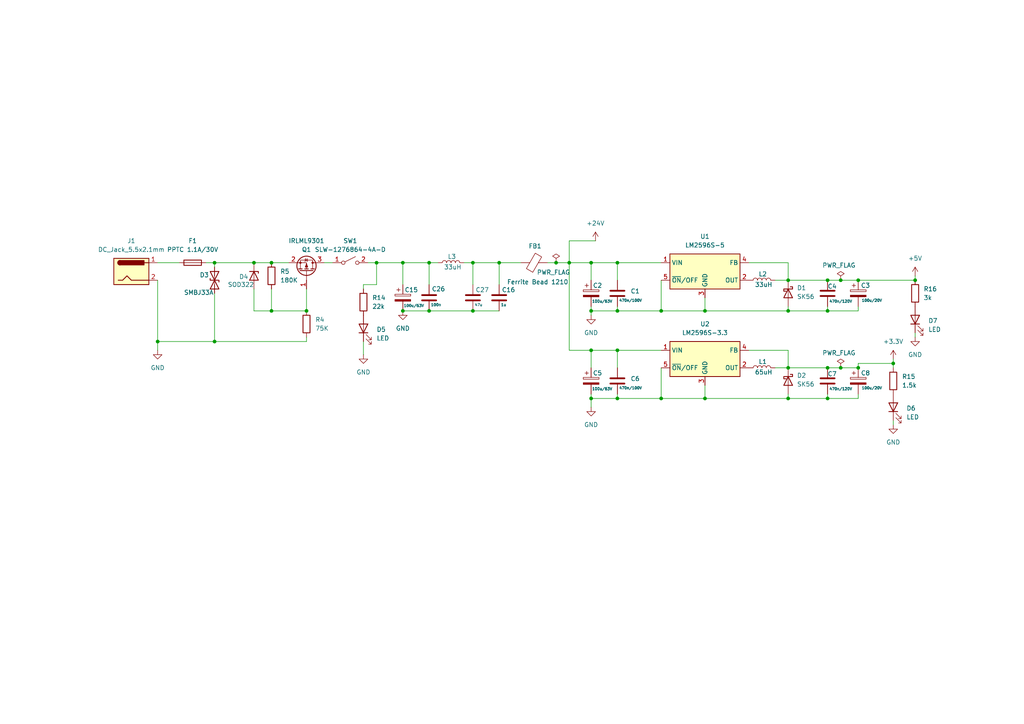
<source format=kicad_sch>
(kicad_sch
	(version 20250114)
	(generator "eeschema")
	(generator_version "9.0")
	(uuid "f44a5362-e239-49fd-8750-0c09124b0b7b")
	(paper "A4")
	(lib_symbols
		(symbol "Connector:Barrel_Jack"
			(pin_names
				(offset 1.016)
			)
			(exclude_from_sim no)
			(in_bom yes)
			(on_board yes)
			(property "Reference" "J1"
				(at 0 8.89 0)
				(effects
					(font
						(size 1.27 1.27)
					)
				)
			)
			(property "Value" "DC_Jack_5.5x2.1mm"
				(at 0 6.35 0)
				(effects
					(font
						(size 1.27 1.27)
					)
				)
			)
			(property "Footprint" "Connector_BarrelJack:BarrelJack_Horizontal"
				(at 1.27 -1.016 0)
				(effects
					(font
						(size 1.27 1.27)
					)
					(hide yes)
				)
			)
			(property "Datasheet" "~"
				(at 1.27 -1.016 0)
				(effects
					(font
						(size 1.27 1.27)
					)
					(hide yes)
				)
			)
			(property "Description" "Gniazdo DC wejście 12 V"
				(at 0 0 0)
				(effects
					(font
						(size 1.27 1.27)
					)
					(hide yes)
				)
			)
			(property "ki_keywords" "DC power barrel jack connector"
				(at 0 0 0)
				(effects
					(font
						(size 1.27 1.27)
					)
					(hide yes)
				)
			)
			(property "ki_fp_filters" "BarrelJack*"
				(at 0 0 0)
				(effects
					(font
						(size 1.27 1.27)
					)
					(hide yes)
				)
			)
			(symbol "Barrel_Jack_0_1"
				(rectangle
					(start -5.08 3.81)
					(end 5.08 -3.81)
					(stroke
						(width 0.254)
						(type default)
					)
					(fill
						(type background)
					)
				)
				(polyline
					(pts
						(xy -3.81 -2.54) (xy -2.54 -2.54) (xy -1.27 -1.27) (xy 0 -2.54) (xy 2.54 -2.54) (xy 5.08 -2.54)
					)
					(stroke
						(width 0.254)
						(type default)
					)
					(fill
						(type none)
					)
				)
				(arc
					(start -3.302 1.905)
					(mid -3.9343 2.54)
					(end -3.302 3.175)
					(stroke
						(width 0.254)
						(type default)
					)
					(fill
						(type none)
					)
				)
				(arc
					(start -3.302 1.905)
					(mid -3.9343 2.54)
					(end -3.302 3.175)
					(stroke
						(width 0.254)
						(type default)
					)
					(fill
						(type outline)
					)
				)
				(rectangle
					(start 3.683 3.175)
					(end -3.302 1.905)
					(stroke
						(width 0.254)
						(type default)
					)
					(fill
						(type outline)
					)
				)
				(polyline
					(pts
						(xy 5.08 2.54) (xy 3.81 2.54)
					)
					(stroke
						(width 0.254)
						(type default)
					)
					(fill
						(type none)
					)
				)
			)
			(symbol "Barrel_Jack_1_1"
				(pin power_out line
					(at 7.62 2.54 180)
					(length 2.54)
					(name "~"
						(effects
							(font
								(size 1.27 1.27)
							)
						)
					)
					(number "1"
						(effects
							(font
								(size 1.27 1.27)
							)
						)
					)
				)
				(pin power_out line
					(at 7.62 -2.54 180)
					(length 2.54)
					(name "~"
						(effects
							(font
								(size 1.27 1.27)
							)
						)
					)
					(number "2"
						(effects
							(font
								(size 1.27 1.27)
							)
						)
					)
				)
			)
			(embedded_fonts no)
		)
		(symbol "Device:C"
			(pin_numbers
				(hide yes)
			)
			(pin_names
				(offset 0.254)
			)
			(exclude_from_sim no)
			(in_bom yes)
			(on_board yes)
			(property "Reference" "C"
				(at 0.635 2.54 0)
				(effects
					(font
						(size 1.27 1.27)
					)
					(justify left)
				)
			)
			(property "Value" "C"
				(at 0.635 -2.54 0)
				(effects
					(font
						(size 1.27 1.27)
					)
					(justify left)
				)
			)
			(property "Footprint" ""
				(at 0.9652 -3.81 0)
				(effects
					(font
						(size 1.27 1.27)
					)
					(hide yes)
				)
			)
			(property "Datasheet" "~"
				(at 0 0 0)
				(effects
					(font
						(size 1.27 1.27)
					)
					(hide yes)
				)
			)
			(property "Description" "Unpolarized capacitor"
				(at 0 0 0)
				(effects
					(font
						(size 1.27 1.27)
					)
					(hide yes)
				)
			)
			(property "ki_keywords" "cap capacitor"
				(at 0 0 0)
				(effects
					(font
						(size 1.27 1.27)
					)
					(hide yes)
				)
			)
			(property "ki_fp_filters" "C_*"
				(at 0 0 0)
				(effects
					(font
						(size 1.27 1.27)
					)
					(hide yes)
				)
			)
			(symbol "C_0_1"
				(polyline
					(pts
						(xy -2.032 0.762) (xy 2.032 0.762)
					)
					(stroke
						(width 0.508)
						(type default)
					)
					(fill
						(type none)
					)
				)
				(polyline
					(pts
						(xy -2.032 -0.762) (xy 2.032 -0.762)
					)
					(stroke
						(width 0.508)
						(type default)
					)
					(fill
						(type none)
					)
				)
			)
			(symbol "C_1_1"
				(pin passive line
					(at 0 3.81 270)
					(length 2.794)
					(name "~"
						(effects
							(font
								(size 1.27 1.27)
							)
						)
					)
					(number "1"
						(effects
							(font
								(size 1.27 1.27)
							)
						)
					)
				)
				(pin passive line
					(at 0 -3.81 90)
					(length 2.794)
					(name "~"
						(effects
							(font
								(size 1.27 1.27)
							)
						)
					)
					(number "2"
						(effects
							(font
								(size 1.27 1.27)
							)
						)
					)
				)
			)
			(embedded_fonts no)
		)
		(symbol "Device:C_Polarized"
			(pin_numbers
				(hide yes)
			)
			(pin_names
				(offset 0.254)
			)
			(exclude_from_sim no)
			(in_bom yes)
			(on_board yes)
			(property "Reference" "C"
				(at 0.635 2.54 0)
				(effects
					(font
						(size 1.27 1.27)
					)
					(justify left)
				)
			)
			(property "Value" "C_Polarized"
				(at 0.635 -2.54 0)
				(effects
					(font
						(size 1.27 1.27)
					)
					(justify left)
				)
			)
			(property "Footprint" ""
				(at 0.9652 -3.81 0)
				(effects
					(font
						(size 1.27 1.27)
					)
					(hide yes)
				)
			)
			(property "Datasheet" "~"
				(at 0 0 0)
				(effects
					(font
						(size 1.27 1.27)
					)
					(hide yes)
				)
			)
			(property "Description" "Polarized capacitor"
				(at 0 0 0)
				(effects
					(font
						(size 1.27 1.27)
					)
					(hide yes)
				)
			)
			(property "ki_keywords" "cap capacitor"
				(at 0 0 0)
				(effects
					(font
						(size 1.27 1.27)
					)
					(hide yes)
				)
			)
			(property "ki_fp_filters" "CP_*"
				(at 0 0 0)
				(effects
					(font
						(size 1.27 1.27)
					)
					(hide yes)
				)
			)
			(symbol "C_Polarized_0_1"
				(rectangle
					(start -2.286 0.508)
					(end 2.286 1.016)
					(stroke
						(width 0)
						(type default)
					)
					(fill
						(type none)
					)
				)
				(polyline
					(pts
						(xy -1.778 2.286) (xy -0.762 2.286)
					)
					(stroke
						(width 0)
						(type default)
					)
					(fill
						(type none)
					)
				)
				(polyline
					(pts
						(xy -1.27 2.794) (xy -1.27 1.778)
					)
					(stroke
						(width 0)
						(type default)
					)
					(fill
						(type none)
					)
				)
				(rectangle
					(start 2.286 -0.508)
					(end -2.286 -1.016)
					(stroke
						(width 0)
						(type default)
					)
					(fill
						(type outline)
					)
				)
			)
			(symbol "C_Polarized_1_1"
				(pin passive line
					(at 0 3.81 270)
					(length 2.794)
					(name "~"
						(effects
							(font
								(size 1.27 1.27)
							)
						)
					)
					(number "1"
						(effects
							(font
								(size 1.27 1.27)
							)
						)
					)
				)
				(pin passive line
					(at 0 -3.81 90)
					(length 2.794)
					(name "~"
						(effects
							(font
								(size 1.27 1.27)
							)
						)
					)
					(number "2"
						(effects
							(font
								(size 1.27 1.27)
							)
						)
					)
				)
			)
			(embedded_fonts no)
		)
		(symbol "Device:D_Schottky"
			(pin_numbers
				(hide yes)
			)
			(pin_names
				(offset 1.016)
				(hide yes)
			)
			(exclude_from_sim no)
			(in_bom yes)
			(on_board yes)
			(property "Reference" "D"
				(at 0 2.54 0)
				(effects
					(font
						(size 1.27 1.27)
					)
				)
			)
			(property "Value" "D_Schottky"
				(at 0 -2.54 0)
				(effects
					(font
						(size 1.27 1.27)
					)
				)
			)
			(property "Footprint" ""
				(at 0 0 0)
				(effects
					(font
						(size 1.27 1.27)
					)
					(hide yes)
				)
			)
			(property "Datasheet" "~"
				(at 0 0 0)
				(effects
					(font
						(size 1.27 1.27)
					)
					(hide yes)
				)
			)
			(property "Description" "Schottky diode"
				(at 0 0 0)
				(effects
					(font
						(size 1.27 1.27)
					)
					(hide yes)
				)
			)
			(property "ki_keywords" "diode Schottky"
				(at 0 0 0)
				(effects
					(font
						(size 1.27 1.27)
					)
					(hide yes)
				)
			)
			(property "ki_fp_filters" "TO-???* *_Diode_* *SingleDiode* D_*"
				(at 0 0 0)
				(effects
					(font
						(size 1.27 1.27)
					)
					(hide yes)
				)
			)
			(symbol "D_Schottky_0_1"
				(polyline
					(pts
						(xy -1.905 0.635) (xy -1.905 1.27) (xy -1.27 1.27) (xy -1.27 -1.27) (xy -0.635 -1.27) (xy -0.635 -0.635)
					)
					(stroke
						(width 0.254)
						(type default)
					)
					(fill
						(type none)
					)
				)
				(polyline
					(pts
						(xy 1.27 1.27) (xy 1.27 -1.27) (xy -1.27 0) (xy 1.27 1.27)
					)
					(stroke
						(width 0.254)
						(type default)
					)
					(fill
						(type none)
					)
				)
				(polyline
					(pts
						(xy 1.27 0) (xy -1.27 0)
					)
					(stroke
						(width 0)
						(type default)
					)
					(fill
						(type none)
					)
				)
			)
			(symbol "D_Schottky_1_1"
				(pin passive line
					(at -3.81 0 0)
					(length 2.54)
					(name "K"
						(effects
							(font
								(size 1.27 1.27)
							)
						)
					)
					(number "1"
						(effects
							(font
								(size 1.27 1.27)
							)
						)
					)
				)
				(pin passive line
					(at 3.81 0 180)
					(length 2.54)
					(name "A"
						(effects
							(font
								(size 1.27 1.27)
							)
						)
					)
					(number "2"
						(effects
							(font
								(size 1.27 1.27)
							)
						)
					)
				)
			)
			(embedded_fonts no)
		)
		(symbol "Device:D_TVS"
			(pin_numbers
				(hide yes)
			)
			(pin_names
				(offset 1.016)
				(hide yes)
			)
			(exclude_from_sim no)
			(in_bom yes)
			(on_board yes)
			(property "Reference" "D"
				(at 0 2.54 0)
				(effects
					(font
						(size 1.27 1.27)
					)
				)
			)
			(property "Value" "D_TVS"
				(at 0 -2.54 0)
				(effects
					(font
						(size 1.27 1.27)
					)
				)
			)
			(property "Footprint" ""
				(at 0 0 0)
				(effects
					(font
						(size 1.27 1.27)
					)
					(hide yes)
				)
			)
			(property "Datasheet" "~"
				(at 0 0 0)
				(effects
					(font
						(size 1.27 1.27)
					)
					(hide yes)
				)
			)
			(property "Description" "Bidirectional transient-voltage-suppression diode"
				(at 0 0 0)
				(effects
					(font
						(size 1.27 1.27)
					)
					(hide yes)
				)
			)
			(property "ki_keywords" "diode TVS thyrector"
				(at 0 0 0)
				(effects
					(font
						(size 1.27 1.27)
					)
					(hide yes)
				)
			)
			(property "ki_fp_filters" "TO-???* *_Diode_* *SingleDiode* D_*"
				(at 0 0 0)
				(effects
					(font
						(size 1.27 1.27)
					)
					(hide yes)
				)
			)
			(symbol "D_TVS_0_1"
				(polyline
					(pts
						(xy -2.54 1.27) (xy -2.54 -1.27) (xy 2.54 1.27) (xy 2.54 -1.27) (xy -2.54 1.27)
					)
					(stroke
						(width 0.254)
						(type default)
					)
					(fill
						(type none)
					)
				)
				(polyline
					(pts
						(xy 0.508 1.27) (xy 0 1.27) (xy 0 -1.27) (xy -0.508 -1.27)
					)
					(stroke
						(width 0.254)
						(type default)
					)
					(fill
						(type none)
					)
				)
				(polyline
					(pts
						(xy 1.27 0) (xy -1.27 0)
					)
					(stroke
						(width 0)
						(type default)
					)
					(fill
						(type none)
					)
				)
			)
			(symbol "D_TVS_1_1"
				(pin passive line
					(at -3.81 0 0)
					(length 2.54)
					(name "A1"
						(effects
							(font
								(size 1.27 1.27)
							)
						)
					)
					(number "1"
						(effects
							(font
								(size 1.27 1.27)
							)
						)
					)
				)
				(pin passive line
					(at 3.81 0 180)
					(length 2.54)
					(name "A2"
						(effects
							(font
								(size 1.27 1.27)
							)
						)
					)
					(number "2"
						(effects
							(font
								(size 1.27 1.27)
							)
						)
					)
				)
			)
			(embedded_fonts no)
		)
		(symbol "Device:D_Zener"
			(pin_numbers
				(hide yes)
			)
			(pin_names
				(offset 1.016)
				(hide yes)
			)
			(exclude_from_sim no)
			(in_bom yes)
			(on_board yes)
			(property "Reference" "D"
				(at 0 2.54 0)
				(effects
					(font
						(size 1.27 1.27)
					)
				)
			)
			(property "Value" "D_Zener"
				(at 0 -2.54 0)
				(effects
					(font
						(size 1.27 1.27)
					)
				)
			)
			(property "Footprint" ""
				(at 0 0 0)
				(effects
					(font
						(size 1.27 1.27)
					)
					(hide yes)
				)
			)
			(property "Datasheet" "~"
				(at 0 0 0)
				(effects
					(font
						(size 1.27 1.27)
					)
					(hide yes)
				)
			)
			(property "Description" "Zener diode"
				(at 0 0 0)
				(effects
					(font
						(size 1.27 1.27)
					)
					(hide yes)
				)
			)
			(property "ki_keywords" "diode"
				(at 0 0 0)
				(effects
					(font
						(size 1.27 1.27)
					)
					(hide yes)
				)
			)
			(property "ki_fp_filters" "TO-???* *_Diode_* *SingleDiode* D_*"
				(at 0 0 0)
				(effects
					(font
						(size 1.27 1.27)
					)
					(hide yes)
				)
			)
			(symbol "D_Zener_0_1"
				(polyline
					(pts
						(xy -1.27 -1.27) (xy -1.27 1.27) (xy -0.762 1.27)
					)
					(stroke
						(width 0.254)
						(type default)
					)
					(fill
						(type none)
					)
				)
				(polyline
					(pts
						(xy 1.27 0) (xy -1.27 0)
					)
					(stroke
						(width 0)
						(type default)
					)
					(fill
						(type none)
					)
				)
				(polyline
					(pts
						(xy 1.27 -1.27) (xy 1.27 1.27) (xy -1.27 0) (xy 1.27 -1.27)
					)
					(stroke
						(width 0.254)
						(type default)
					)
					(fill
						(type none)
					)
				)
			)
			(symbol "D_Zener_1_1"
				(pin passive line
					(at -3.81 0 0)
					(length 2.54)
					(name "K"
						(effects
							(font
								(size 1.27 1.27)
							)
						)
					)
					(number "1"
						(effects
							(font
								(size 1.27 1.27)
							)
						)
					)
				)
				(pin passive line
					(at 3.81 0 180)
					(length 2.54)
					(name "A"
						(effects
							(font
								(size 1.27 1.27)
							)
						)
					)
					(number "2"
						(effects
							(font
								(size 1.27 1.27)
							)
						)
					)
				)
			)
			(embedded_fonts no)
		)
		(symbol "Device:FerriteBead"
			(pin_numbers
				(hide yes)
			)
			(pin_names
				(offset 0)
			)
			(exclude_from_sim no)
			(in_bom yes)
			(on_board yes)
			(property "Reference" "FB"
				(at -3.81 0.635 90)
				(effects
					(font
						(size 1.27 1.27)
					)
				)
			)
			(property "Value" "FerriteBead"
				(at 3.81 0 90)
				(effects
					(font
						(size 1.27 1.27)
					)
				)
			)
			(property "Footprint" ""
				(at -1.778 0 90)
				(effects
					(font
						(size 1.27 1.27)
					)
					(hide yes)
				)
			)
			(property "Datasheet" "~"
				(at 0 0 0)
				(effects
					(font
						(size 1.27 1.27)
					)
					(hide yes)
				)
			)
			(property "Description" "Ferrite bead"
				(at 0 0 0)
				(effects
					(font
						(size 1.27 1.27)
					)
					(hide yes)
				)
			)
			(property "ki_keywords" "L ferrite bead inductor filter"
				(at 0 0 0)
				(effects
					(font
						(size 1.27 1.27)
					)
					(hide yes)
				)
			)
			(property "ki_fp_filters" "Inductor_* L_* *Ferrite*"
				(at 0 0 0)
				(effects
					(font
						(size 1.27 1.27)
					)
					(hide yes)
				)
			)
			(symbol "FerriteBead_0_1"
				(polyline
					(pts
						(xy -2.7686 0.4064) (xy -1.7018 2.2606) (xy 2.7686 -0.3048) (xy 1.6764 -2.159) (xy -2.7686 0.4064)
					)
					(stroke
						(width 0)
						(type default)
					)
					(fill
						(type none)
					)
				)
				(polyline
					(pts
						(xy 0 1.27) (xy 0 1.2954)
					)
					(stroke
						(width 0)
						(type default)
					)
					(fill
						(type none)
					)
				)
				(polyline
					(pts
						(xy 0 -1.27) (xy 0 -1.2192)
					)
					(stroke
						(width 0)
						(type default)
					)
					(fill
						(type none)
					)
				)
			)
			(symbol "FerriteBead_1_1"
				(pin passive line
					(at 0 3.81 270)
					(length 2.54)
					(name "~"
						(effects
							(font
								(size 1.27 1.27)
							)
						)
					)
					(number "1"
						(effects
							(font
								(size 1.27 1.27)
							)
						)
					)
				)
				(pin passive line
					(at 0 -3.81 90)
					(length 2.54)
					(name "~"
						(effects
							(font
								(size 1.27 1.27)
							)
						)
					)
					(number "2"
						(effects
							(font
								(size 1.27 1.27)
							)
						)
					)
				)
			)
			(embedded_fonts no)
		)
		(symbol "Device:Fuse"
			(pin_numbers
				(hide yes)
			)
			(pin_names
				(offset 0)
			)
			(exclude_from_sim no)
			(in_bom yes)
			(on_board yes)
			(property "Reference" "F"
				(at 2.032 0 90)
				(effects
					(font
						(size 1.27 1.27)
					)
				)
			)
			(property "Value" "Fuse"
				(at -1.905 0 90)
				(effects
					(font
						(size 1.27 1.27)
					)
				)
			)
			(property "Footprint" ""
				(at -1.778 0 90)
				(effects
					(font
						(size 1.27 1.27)
					)
					(hide yes)
				)
			)
			(property "Datasheet" "~"
				(at 0 0 0)
				(effects
					(font
						(size 1.27 1.27)
					)
					(hide yes)
				)
			)
			(property "Description" "Fuse"
				(at 0 0 0)
				(effects
					(font
						(size 1.27 1.27)
					)
					(hide yes)
				)
			)
			(property "ki_keywords" "fuse"
				(at 0 0 0)
				(effects
					(font
						(size 1.27 1.27)
					)
					(hide yes)
				)
			)
			(property "ki_fp_filters" "*Fuse*"
				(at 0 0 0)
				(effects
					(font
						(size 1.27 1.27)
					)
					(hide yes)
				)
			)
			(symbol "Fuse_0_1"
				(rectangle
					(start -0.762 -2.54)
					(end 0.762 2.54)
					(stroke
						(width 0.254)
						(type default)
					)
					(fill
						(type none)
					)
				)
				(polyline
					(pts
						(xy 0 2.54) (xy 0 -2.54)
					)
					(stroke
						(width 0)
						(type default)
					)
					(fill
						(type none)
					)
				)
			)
			(symbol "Fuse_1_1"
				(pin passive line
					(at 0 3.81 270)
					(length 1.27)
					(name "~"
						(effects
							(font
								(size 1.27 1.27)
							)
						)
					)
					(number "1"
						(effects
							(font
								(size 1.27 1.27)
							)
						)
					)
				)
				(pin passive line
					(at 0 -3.81 90)
					(length 1.27)
					(name "~"
						(effects
							(font
								(size 1.27 1.27)
							)
						)
					)
					(number "2"
						(effects
							(font
								(size 1.27 1.27)
							)
						)
					)
				)
			)
			(embedded_fonts no)
		)
		(symbol "Device:L"
			(pin_numbers
				(hide yes)
			)
			(pin_names
				(offset 1.016)
				(hide yes)
			)
			(exclude_from_sim no)
			(in_bom yes)
			(on_board yes)
			(property "Reference" "L"
				(at -1.27 0 90)
				(effects
					(font
						(size 1.27 1.27)
					)
				)
			)
			(property "Value" "L"
				(at 1.905 0 90)
				(effects
					(font
						(size 1.27 1.27)
					)
				)
			)
			(property "Footprint" ""
				(at 0 0 0)
				(effects
					(font
						(size 1.27 1.27)
					)
					(hide yes)
				)
			)
			(property "Datasheet" "~"
				(at 0 0 0)
				(effects
					(font
						(size 1.27 1.27)
					)
					(hide yes)
				)
			)
			(property "Description" "Inductor"
				(at 0 0 0)
				(effects
					(font
						(size 1.27 1.27)
					)
					(hide yes)
				)
			)
			(property "ki_keywords" "inductor choke coil reactor magnetic"
				(at 0 0 0)
				(effects
					(font
						(size 1.27 1.27)
					)
					(hide yes)
				)
			)
			(property "ki_fp_filters" "Choke_* *Coil* Inductor_* L_*"
				(at 0 0 0)
				(effects
					(font
						(size 1.27 1.27)
					)
					(hide yes)
				)
			)
			(symbol "L_0_1"
				(arc
					(start 0 2.54)
					(mid 0.6323 1.905)
					(end 0 1.27)
					(stroke
						(width 0)
						(type default)
					)
					(fill
						(type none)
					)
				)
				(arc
					(start 0 1.27)
					(mid 0.6323 0.635)
					(end 0 0)
					(stroke
						(width 0)
						(type default)
					)
					(fill
						(type none)
					)
				)
				(arc
					(start 0 0)
					(mid 0.6323 -0.635)
					(end 0 -1.27)
					(stroke
						(width 0)
						(type default)
					)
					(fill
						(type none)
					)
				)
				(arc
					(start 0 -1.27)
					(mid 0.6323 -1.905)
					(end 0 -2.54)
					(stroke
						(width 0)
						(type default)
					)
					(fill
						(type none)
					)
				)
			)
			(symbol "L_1_1"
				(pin passive line
					(at 0 3.81 270)
					(length 1.27)
					(name "1"
						(effects
							(font
								(size 1.27 1.27)
							)
						)
					)
					(number "1"
						(effects
							(font
								(size 1.27 1.27)
							)
						)
					)
				)
				(pin passive line
					(at 0 -3.81 90)
					(length 1.27)
					(name "2"
						(effects
							(font
								(size 1.27 1.27)
							)
						)
					)
					(number "2"
						(effects
							(font
								(size 1.27 1.27)
							)
						)
					)
				)
			)
			(embedded_fonts no)
		)
		(symbol "Device:LED"
			(pin_numbers
				(hide yes)
			)
			(pin_names
				(offset 1.016)
				(hide yes)
			)
			(exclude_from_sim no)
			(in_bom yes)
			(on_board yes)
			(property "Reference" "D"
				(at 0 2.54 0)
				(effects
					(font
						(size 1.27 1.27)
					)
				)
			)
			(property "Value" "LED"
				(at 0 -2.54 0)
				(effects
					(font
						(size 1.27 1.27)
					)
				)
			)
			(property "Footprint" ""
				(at 0 0 0)
				(effects
					(font
						(size 1.27 1.27)
					)
					(hide yes)
				)
			)
			(property "Datasheet" "~"
				(at 0 0 0)
				(effects
					(font
						(size 1.27 1.27)
					)
					(hide yes)
				)
			)
			(property "Description" "Light emitting diode"
				(at 0 0 0)
				(effects
					(font
						(size 1.27 1.27)
					)
					(hide yes)
				)
			)
			(property "Sim.Pins" "1=K 2=A"
				(at 0 0 0)
				(effects
					(font
						(size 1.27 1.27)
					)
					(hide yes)
				)
			)
			(property "ki_keywords" "LED diode"
				(at 0 0 0)
				(effects
					(font
						(size 1.27 1.27)
					)
					(hide yes)
				)
			)
			(property "ki_fp_filters" "LED* LED_SMD:* LED_THT:*"
				(at 0 0 0)
				(effects
					(font
						(size 1.27 1.27)
					)
					(hide yes)
				)
			)
			(symbol "LED_0_1"
				(polyline
					(pts
						(xy -3.048 -0.762) (xy -4.572 -2.286) (xy -3.81 -2.286) (xy -4.572 -2.286) (xy -4.572 -1.524)
					)
					(stroke
						(width 0)
						(type default)
					)
					(fill
						(type none)
					)
				)
				(polyline
					(pts
						(xy -1.778 -0.762) (xy -3.302 -2.286) (xy -2.54 -2.286) (xy -3.302 -2.286) (xy -3.302 -1.524)
					)
					(stroke
						(width 0)
						(type default)
					)
					(fill
						(type none)
					)
				)
				(polyline
					(pts
						(xy -1.27 0) (xy 1.27 0)
					)
					(stroke
						(width 0)
						(type default)
					)
					(fill
						(type none)
					)
				)
				(polyline
					(pts
						(xy -1.27 -1.27) (xy -1.27 1.27)
					)
					(stroke
						(width 0.254)
						(type default)
					)
					(fill
						(type none)
					)
				)
				(polyline
					(pts
						(xy 1.27 -1.27) (xy 1.27 1.27) (xy -1.27 0) (xy 1.27 -1.27)
					)
					(stroke
						(width 0.254)
						(type default)
					)
					(fill
						(type none)
					)
				)
			)
			(symbol "LED_1_1"
				(pin passive line
					(at -3.81 0 0)
					(length 2.54)
					(name "K"
						(effects
							(font
								(size 1.27 1.27)
							)
						)
					)
					(number "1"
						(effects
							(font
								(size 1.27 1.27)
							)
						)
					)
				)
				(pin passive line
					(at 3.81 0 180)
					(length 2.54)
					(name "A"
						(effects
							(font
								(size 1.27 1.27)
							)
						)
					)
					(number "2"
						(effects
							(font
								(size 1.27 1.27)
							)
						)
					)
				)
			)
			(embedded_fonts no)
		)
		(symbol "Device:R"
			(pin_numbers
				(hide yes)
			)
			(pin_names
				(offset 0)
			)
			(exclude_from_sim no)
			(in_bom yes)
			(on_board yes)
			(property "Reference" "R"
				(at 2.032 0 90)
				(effects
					(font
						(size 1.27 1.27)
					)
				)
			)
			(property "Value" "R"
				(at 0 0 90)
				(effects
					(font
						(size 1.27 1.27)
					)
				)
			)
			(property "Footprint" ""
				(at -1.778 0 90)
				(effects
					(font
						(size 1.27 1.27)
					)
					(hide yes)
				)
			)
			(property "Datasheet" "~"
				(at 0 0 0)
				(effects
					(font
						(size 1.27 1.27)
					)
					(hide yes)
				)
			)
			(property "Description" "Resistor"
				(at 0 0 0)
				(effects
					(font
						(size 1.27 1.27)
					)
					(hide yes)
				)
			)
			(property "ki_keywords" "R res resistor"
				(at 0 0 0)
				(effects
					(font
						(size 1.27 1.27)
					)
					(hide yes)
				)
			)
			(property "ki_fp_filters" "R_*"
				(at 0 0 0)
				(effects
					(font
						(size 1.27 1.27)
					)
					(hide yes)
				)
			)
			(symbol "R_0_1"
				(rectangle
					(start -1.016 -2.54)
					(end 1.016 2.54)
					(stroke
						(width 0.254)
						(type default)
					)
					(fill
						(type none)
					)
				)
			)
			(symbol "R_1_1"
				(pin passive line
					(at 0 3.81 270)
					(length 1.27)
					(name "~"
						(effects
							(font
								(size 1.27 1.27)
							)
						)
					)
					(number "1"
						(effects
							(font
								(size 1.27 1.27)
							)
						)
					)
				)
				(pin passive line
					(at 0 -3.81 90)
					(length 1.27)
					(name "~"
						(effects
							(font
								(size 1.27 1.27)
							)
						)
					)
					(number "2"
						(effects
							(font
								(size 1.27 1.27)
							)
						)
					)
				)
			)
			(embedded_fonts no)
		)
		(symbol "Regulator_Switching:LM2596S-3.3"
			(exclude_from_sim no)
			(in_bom yes)
			(on_board yes)
			(property "Reference" "U"
				(at -10.16 6.35 0)
				(effects
					(font
						(size 1.27 1.27)
					)
					(justify left)
				)
			)
			(property "Value" "LM2596S-3.3"
				(at 0 6.35 0)
				(effects
					(font
						(size 1.27 1.27)
					)
					(justify left)
				)
			)
			(property "Footprint" "Package_TO_SOT_SMD:TO-263-5_TabPin3"
				(at 1.27 -6.35 0)
				(effects
					(font
						(size 1.27 1.27)
						(italic yes)
					)
					(justify left)
					(hide yes)
				)
			)
			(property "Datasheet" "http://www.ti.com/lit/ds/symlink/lm2596.pdf"
				(at 0 0 0)
				(effects
					(font
						(size 1.27 1.27)
					)
					(hide yes)
				)
			)
			(property "Description" "3.3V 3A Step-Down Voltage Regulator, TO-263"
				(at 0 0 0)
				(effects
					(font
						(size 1.27 1.27)
					)
					(hide yes)
				)
			)
			(property "ki_keywords" "Step-Down Voltage Regulator 3.3V 3A"
				(at 0 0 0)
				(effects
					(font
						(size 1.27 1.27)
					)
					(hide yes)
				)
			)
			(property "ki_fp_filters" "TO?263*"
				(at 0 0 0)
				(effects
					(font
						(size 1.27 1.27)
					)
					(hide yes)
				)
			)
			(symbol "LM2596S-3.3_0_1"
				(rectangle
					(start -10.16 5.08)
					(end 10.16 -5.08)
					(stroke
						(width 0.254)
						(type default)
					)
					(fill
						(type background)
					)
				)
			)
			(symbol "LM2596S-3.3_1_1"
				(pin power_in line
					(at -12.7 2.54 0)
					(length 2.54)
					(name "VIN"
						(effects
							(font
								(size 1.27 1.27)
							)
						)
					)
					(number "1"
						(effects
							(font
								(size 1.27 1.27)
							)
						)
					)
				)
				(pin input line
					(at -12.7 -2.54 0)
					(length 2.54)
					(name "~{ON}/OFF"
						(effects
							(font
								(size 1.27 1.27)
							)
						)
					)
					(number "5"
						(effects
							(font
								(size 1.27 1.27)
							)
						)
					)
				)
				(pin power_in line
					(at 0 -7.62 90)
					(length 2.54)
					(name "GND"
						(effects
							(font
								(size 1.27 1.27)
							)
						)
					)
					(number "3"
						(effects
							(font
								(size 1.27 1.27)
							)
						)
					)
				)
				(pin input line
					(at 12.7 2.54 180)
					(length 2.54)
					(name "FB"
						(effects
							(font
								(size 1.27 1.27)
							)
						)
					)
					(number "4"
						(effects
							(font
								(size 1.27 1.27)
							)
						)
					)
				)
				(pin output line
					(at 12.7 -2.54 180)
					(length 2.54)
					(name "OUT"
						(effects
							(font
								(size 1.27 1.27)
							)
						)
					)
					(number "2"
						(effects
							(font
								(size 1.27 1.27)
							)
						)
					)
				)
			)
			(embedded_fonts no)
		)
		(symbol "Regulator_Switching:LM2596S-5"
			(exclude_from_sim no)
			(in_bom yes)
			(on_board yes)
			(property "Reference" "U1"
				(at 0 10.16 0)
				(effects
					(font
						(size 1.27 1.27)
					)
				)
			)
			(property "Value" "LM2596S-5"
				(at 0 7.62 0)
				(effects
					(font
						(size 1.27 1.27)
					)
				)
			)
			(property "Footprint" "Package_TO_SOT_SMD:TO-263-5_TabPin3"
				(at 1.27 -6.35 0)
				(effects
					(font
						(size 1.27 1.27)
						(italic yes)
					)
					(justify left)
					(hide yes)
				)
			)
			(property "Datasheet" "http://www.ti.com/lit/ds/symlink/lm2596.pdf"
				(at 0 0 0)
				(effects
					(font
						(size 1.27 1.27)
					)
					(hide yes)
				)
			)
			(property "Description" "5V 3A Step-Down Voltage Regulator, TO-263"
				(at 0 0 0)
				(effects
					(font
						(size 1.27 1.27)
					)
					(hide yes)
				)
			)
			(property "ki_keywords" "Step-Down Voltage Regulator 5V 3A"
				(at 0 0 0)
				(effects
					(font
						(size 1.27 1.27)
					)
					(hide yes)
				)
			)
			(property "ki_fp_filters" "TO?263*"
				(at 0 0 0)
				(effects
					(font
						(size 1.27 1.27)
					)
					(hide yes)
				)
			)
			(symbol "LM2596S-5_0_1"
				(rectangle
					(start -10.16 5.08)
					(end 10.16 -5.08)
					(stroke
						(width 0.254)
						(type default)
					)
					(fill
						(type background)
					)
				)
			)
			(symbol "LM2596S-5_1_1"
				(pin power_in line
					(at -12.7 2.54 0)
					(length 2.54)
					(name "VIN"
						(effects
							(font
								(size 1.27 1.27)
							)
						)
					)
					(number "1"
						(effects
							(font
								(size 1.27 1.27)
							)
						)
					)
				)
				(pin input line
					(at -12.7 -2.54 0)
					(length 2.54)
					(name "~{ON}/OFF"
						(effects
							(font
								(size 1.27 1.27)
							)
						)
					)
					(number "5"
						(effects
							(font
								(size 1.27 1.27)
							)
						)
					)
				)
				(pin power_in line
					(at 0 -7.62 90)
					(length 2.54)
					(name "GND"
						(effects
							(font
								(size 1.27 1.27)
							)
						)
					)
					(number "3"
						(effects
							(font
								(size 1.27 1.27)
							)
						)
					)
				)
				(pin input line
					(at 12.7 2.54 180)
					(length 2.54)
					(name "FB"
						(effects
							(font
								(size 1.27 1.27)
							)
						)
					)
					(number "4"
						(effects
							(font
								(size 1.27 1.27)
							)
						)
					)
				)
				(pin output line
					(at 12.7 -2.54 180)
					(length 2.54)
					(name "OUT"
						(effects
							(font
								(size 1.27 1.27)
							)
						)
					)
					(number "2"
						(effects
							(font
								(size 1.27 1.27)
							)
						)
					)
				)
			)
			(embedded_fonts no)
		)
		(symbol "Switch:SW_SPST"
			(pin_names
				(offset 0)
				(hide yes)
			)
			(exclude_from_sim no)
			(in_bom yes)
			(on_board yes)
			(property "Reference" "SW"
				(at 0 3.175 0)
				(effects
					(font
						(size 1.27 1.27)
					)
				)
			)
			(property "Value" "SW_SPST"
				(at 0 -2.54 0)
				(effects
					(font
						(size 1.27 1.27)
					)
				)
			)
			(property "Footprint" ""
				(at 0 0 0)
				(effects
					(font
						(size 1.27 1.27)
					)
					(hide yes)
				)
			)
			(property "Datasheet" "~"
				(at 0 0 0)
				(effects
					(font
						(size 1.27 1.27)
					)
					(hide yes)
				)
			)
			(property "Description" "Single Pole Single Throw (SPST) switch"
				(at 0 0 0)
				(effects
					(font
						(size 1.27 1.27)
					)
					(hide yes)
				)
			)
			(property "ki_keywords" "switch lever"
				(at 0 0 0)
				(effects
					(font
						(size 1.27 1.27)
					)
					(hide yes)
				)
			)
			(symbol "SW_SPST_0_0"
				(circle
					(center -2.032 0)
					(radius 0.508)
					(stroke
						(width 0)
						(type default)
					)
					(fill
						(type none)
					)
				)
				(polyline
					(pts
						(xy -1.524 0.254) (xy 1.524 1.778)
					)
					(stroke
						(width 0)
						(type default)
					)
					(fill
						(type none)
					)
				)
				(circle
					(center 2.032 0)
					(radius 0.508)
					(stroke
						(width 0)
						(type default)
					)
					(fill
						(type none)
					)
				)
			)
			(symbol "SW_SPST_1_1"
				(pin passive line
					(at -5.08 0 0)
					(length 2.54)
					(name "A"
						(effects
							(font
								(size 1.27 1.27)
							)
						)
					)
					(number "1"
						(effects
							(font
								(size 1.27 1.27)
							)
						)
					)
				)
				(pin passive line
					(at 5.08 0 180)
					(length 2.54)
					(name "B"
						(effects
							(font
								(size 1.27 1.27)
							)
						)
					)
					(number "2"
						(effects
							(font
								(size 1.27 1.27)
							)
						)
					)
				)
			)
			(embedded_fonts no)
		)
		(symbol "Transistor_FET:IRLML6402"
			(pin_names
				(hide yes)
			)
			(exclude_from_sim no)
			(in_bom yes)
			(on_board yes)
			(property "Reference" "Q"
				(at 5.08 1.905 0)
				(effects
					(font
						(size 1.27 1.27)
					)
					(justify left)
				)
			)
			(property "Value" "IRLML6402"
				(at 5.08 0 0)
				(effects
					(font
						(size 1.27 1.27)
					)
					(justify left)
				)
			)
			(property "Footprint" "Package_TO_SOT_SMD:SOT-23"
				(at 5.08 -1.905 0)
				(effects
					(font
						(size 1.27 1.27)
						(italic yes)
					)
					(justify left)
					(hide yes)
				)
			)
			(property "Datasheet" "https://www.infineon.com/dgdl/irlml6402pbf.pdf?fileId=5546d462533600a401535668d5c2263c"
				(at 5.08 -3.81 0)
				(effects
					(font
						(size 1.27 1.27)
					)
					(justify left)
					(hide yes)
				)
			)
			(property "Description" "-3.7A Id, -20V Vds, 65mOhm Rds, P-Channel HEXFET Power MOSFET, SOT-23"
				(at 0 0 0)
				(effects
					(font
						(size 1.27 1.27)
					)
					(hide yes)
				)
			)
			(property "ki_keywords" "P-Channel HEXFET MOSFET"
				(at 0 0 0)
				(effects
					(font
						(size 1.27 1.27)
					)
					(hide yes)
				)
			)
			(property "ki_fp_filters" "SOT?23*"
				(at 0 0 0)
				(effects
					(font
						(size 1.27 1.27)
					)
					(hide yes)
				)
			)
			(symbol "IRLML6402_0_1"
				(polyline
					(pts
						(xy 0.254 1.905) (xy 0.254 -1.905)
					)
					(stroke
						(width 0.254)
						(type default)
					)
					(fill
						(type none)
					)
				)
				(polyline
					(pts
						(xy 0.254 0) (xy -2.54 0)
					)
					(stroke
						(width 0)
						(type default)
					)
					(fill
						(type none)
					)
				)
				(polyline
					(pts
						(xy 0.762 2.286) (xy 0.762 1.27)
					)
					(stroke
						(width 0.254)
						(type default)
					)
					(fill
						(type none)
					)
				)
				(polyline
					(pts
						(xy 0.762 1.778) (xy 3.302 1.778) (xy 3.302 -1.778) (xy 0.762 -1.778)
					)
					(stroke
						(width 0)
						(type default)
					)
					(fill
						(type none)
					)
				)
				(polyline
					(pts
						(xy 0.762 0.508) (xy 0.762 -0.508)
					)
					(stroke
						(width 0.254)
						(type default)
					)
					(fill
						(type none)
					)
				)
				(polyline
					(pts
						(xy 0.762 -1.27) (xy 0.762 -2.286)
					)
					(stroke
						(width 0.254)
						(type default)
					)
					(fill
						(type none)
					)
				)
				(circle
					(center 1.651 0)
					(radius 2.794)
					(stroke
						(width 0.254)
						(type default)
					)
					(fill
						(type none)
					)
				)
				(polyline
					(pts
						(xy 2.286 0) (xy 1.27 0.381) (xy 1.27 -0.381) (xy 2.286 0)
					)
					(stroke
						(width 0)
						(type default)
					)
					(fill
						(type outline)
					)
				)
				(polyline
					(pts
						(xy 2.54 2.54) (xy 2.54 1.778)
					)
					(stroke
						(width 0)
						(type default)
					)
					(fill
						(type none)
					)
				)
				(circle
					(center 2.54 1.778)
					(radius 0.254)
					(stroke
						(width 0)
						(type default)
					)
					(fill
						(type outline)
					)
				)
				(circle
					(center 2.54 -1.778)
					(radius 0.254)
					(stroke
						(width 0)
						(type default)
					)
					(fill
						(type outline)
					)
				)
				(polyline
					(pts
						(xy 2.54 -2.54) (xy 2.54 0) (xy 0.762 0)
					)
					(stroke
						(width 0)
						(type default)
					)
					(fill
						(type none)
					)
				)
				(polyline
					(pts
						(xy 2.794 -0.508) (xy 2.921 -0.381) (xy 3.683 -0.381) (xy 3.81 -0.254)
					)
					(stroke
						(width 0)
						(type default)
					)
					(fill
						(type none)
					)
				)
				(polyline
					(pts
						(xy 3.302 -0.381) (xy 2.921 0.254) (xy 3.683 0.254) (xy 3.302 -0.381)
					)
					(stroke
						(width 0)
						(type default)
					)
					(fill
						(type none)
					)
				)
			)
			(symbol "IRLML6402_1_1"
				(pin input line
					(at -5.08 0 0)
					(length 2.54)
					(name "G"
						(effects
							(font
								(size 1.27 1.27)
							)
						)
					)
					(number "1"
						(effects
							(font
								(size 1.27 1.27)
							)
						)
					)
				)
				(pin passive line
					(at 2.54 5.08 270)
					(length 2.54)
					(name "D"
						(effects
							(font
								(size 1.27 1.27)
							)
						)
					)
					(number "3"
						(effects
							(font
								(size 1.27 1.27)
							)
						)
					)
				)
				(pin passive line
					(at 2.54 -5.08 90)
					(length 2.54)
					(name "S"
						(effects
							(font
								(size 1.27 1.27)
							)
						)
					)
					(number "2"
						(effects
							(font
								(size 1.27 1.27)
							)
						)
					)
				)
			)
			(embedded_fonts no)
		)
		(symbol "power:+24V"
			(power)
			(pin_numbers
				(hide yes)
			)
			(pin_names
				(offset 0)
				(hide yes)
			)
			(exclude_from_sim no)
			(in_bom yes)
			(on_board yes)
			(property "Reference" "#PWR"
				(at 0 -3.81 0)
				(effects
					(font
						(size 1.27 1.27)
					)
					(hide yes)
				)
			)
			(property "Value" "+24V"
				(at 0 3.556 0)
				(effects
					(font
						(size 1.27 1.27)
					)
				)
			)
			(property "Footprint" ""
				(at 0 0 0)
				(effects
					(font
						(size 1.27 1.27)
					)
					(hide yes)
				)
			)
			(property "Datasheet" ""
				(at 0 0 0)
				(effects
					(font
						(size 1.27 1.27)
					)
					(hide yes)
				)
			)
			(property "Description" "Power symbol creates a global label with name \"+24V\""
				(at 0 0 0)
				(effects
					(font
						(size 1.27 1.27)
					)
					(hide yes)
				)
			)
			(property "ki_keywords" "global power"
				(at 0 0 0)
				(effects
					(font
						(size 1.27 1.27)
					)
					(hide yes)
				)
			)
			(symbol "+24V_0_1"
				(polyline
					(pts
						(xy -0.762 1.27) (xy 0 2.54)
					)
					(stroke
						(width 0)
						(type default)
					)
					(fill
						(type none)
					)
				)
				(polyline
					(pts
						(xy 0 2.54) (xy 0.762 1.27)
					)
					(stroke
						(width 0)
						(type default)
					)
					(fill
						(type none)
					)
				)
				(polyline
					(pts
						(xy 0 0) (xy 0 2.54)
					)
					(stroke
						(width 0)
						(type default)
					)
					(fill
						(type none)
					)
				)
			)
			(symbol "+24V_1_1"
				(pin power_in line
					(at 0 0 90)
					(length 0)
					(name "~"
						(effects
							(font
								(size 1.27 1.27)
							)
						)
					)
					(number "1"
						(effects
							(font
								(size 1.27 1.27)
							)
						)
					)
				)
			)
			(embedded_fonts no)
		)
		(symbol "power:+3.3V"
			(power)
			(pin_numbers
				(hide yes)
			)
			(pin_names
				(offset 0)
				(hide yes)
			)
			(exclude_from_sim no)
			(in_bom yes)
			(on_board yes)
			(property "Reference" "#PWR"
				(at 0 -3.81 0)
				(effects
					(font
						(size 1.27 1.27)
					)
					(hide yes)
				)
			)
			(property "Value" "+3.3V"
				(at 0 3.556 0)
				(effects
					(font
						(size 1.27 1.27)
					)
				)
			)
			(property "Footprint" ""
				(at 0 0 0)
				(effects
					(font
						(size 1.27 1.27)
					)
					(hide yes)
				)
			)
			(property "Datasheet" ""
				(at 0 0 0)
				(effects
					(font
						(size 1.27 1.27)
					)
					(hide yes)
				)
			)
			(property "Description" "Power symbol creates a global label with name \"+3.3V\""
				(at 0 0 0)
				(effects
					(font
						(size 1.27 1.27)
					)
					(hide yes)
				)
			)
			(property "ki_keywords" "global power"
				(at 0 0 0)
				(effects
					(font
						(size 1.27 1.27)
					)
					(hide yes)
				)
			)
			(symbol "+3.3V_0_1"
				(polyline
					(pts
						(xy -0.762 1.27) (xy 0 2.54)
					)
					(stroke
						(width 0)
						(type default)
					)
					(fill
						(type none)
					)
				)
				(polyline
					(pts
						(xy 0 2.54) (xy 0.762 1.27)
					)
					(stroke
						(width 0)
						(type default)
					)
					(fill
						(type none)
					)
				)
				(polyline
					(pts
						(xy 0 0) (xy 0 2.54)
					)
					(stroke
						(width 0)
						(type default)
					)
					(fill
						(type none)
					)
				)
			)
			(symbol "+3.3V_1_1"
				(pin power_in line
					(at 0 0 90)
					(length 0)
					(name "~"
						(effects
							(font
								(size 1.27 1.27)
							)
						)
					)
					(number "1"
						(effects
							(font
								(size 1.27 1.27)
							)
						)
					)
				)
			)
			(embedded_fonts no)
		)
		(symbol "power:+5V"
			(power)
			(pin_numbers
				(hide yes)
			)
			(pin_names
				(offset 0)
				(hide yes)
			)
			(exclude_from_sim no)
			(in_bom yes)
			(on_board yes)
			(property "Reference" "#PWR"
				(at 0 -3.81 0)
				(effects
					(font
						(size 1.27 1.27)
					)
					(hide yes)
				)
			)
			(property "Value" "+5V"
				(at 0 3.556 0)
				(effects
					(font
						(size 1.27 1.27)
					)
				)
			)
			(property "Footprint" ""
				(at 0 0 0)
				(effects
					(font
						(size 1.27 1.27)
					)
					(hide yes)
				)
			)
			(property "Datasheet" ""
				(at 0 0 0)
				(effects
					(font
						(size 1.27 1.27)
					)
					(hide yes)
				)
			)
			(property "Description" "Power symbol creates a global label with name \"+5V\""
				(at 0 0 0)
				(effects
					(font
						(size 1.27 1.27)
					)
					(hide yes)
				)
			)
			(property "ki_keywords" "global power"
				(at 0 0 0)
				(effects
					(font
						(size 1.27 1.27)
					)
					(hide yes)
				)
			)
			(symbol "+5V_0_1"
				(polyline
					(pts
						(xy -0.762 1.27) (xy 0 2.54)
					)
					(stroke
						(width 0)
						(type default)
					)
					(fill
						(type none)
					)
				)
				(polyline
					(pts
						(xy 0 2.54) (xy 0.762 1.27)
					)
					(stroke
						(width 0)
						(type default)
					)
					(fill
						(type none)
					)
				)
				(polyline
					(pts
						(xy 0 0) (xy 0 2.54)
					)
					(stroke
						(width 0)
						(type default)
					)
					(fill
						(type none)
					)
				)
			)
			(symbol "+5V_1_1"
				(pin power_in line
					(at 0 0 90)
					(length 0)
					(name "~"
						(effects
							(font
								(size 1.27 1.27)
							)
						)
					)
					(number "1"
						(effects
							(font
								(size 1.27 1.27)
							)
						)
					)
				)
			)
			(embedded_fonts no)
		)
		(symbol "power:GND"
			(power)
			(pin_numbers
				(hide yes)
			)
			(pin_names
				(offset 0)
				(hide yes)
			)
			(exclude_from_sim no)
			(in_bom yes)
			(on_board yes)
			(property "Reference" "#PWR"
				(at 0 -6.35 0)
				(effects
					(font
						(size 1.27 1.27)
					)
					(hide yes)
				)
			)
			(property "Value" "GND"
				(at 0 -3.81 0)
				(effects
					(font
						(size 1.27 1.27)
					)
				)
			)
			(property "Footprint" ""
				(at 0 0 0)
				(effects
					(font
						(size 1.27 1.27)
					)
					(hide yes)
				)
			)
			(property "Datasheet" ""
				(at 0 0 0)
				(effects
					(font
						(size 1.27 1.27)
					)
					(hide yes)
				)
			)
			(property "Description" "Power symbol creates a global label with name \"GND\" , ground"
				(at 0 0 0)
				(effects
					(font
						(size 1.27 1.27)
					)
					(hide yes)
				)
			)
			(property "ki_keywords" "global power"
				(at 0 0 0)
				(effects
					(font
						(size 1.27 1.27)
					)
					(hide yes)
				)
			)
			(symbol "GND_0_1"
				(polyline
					(pts
						(xy 0 0) (xy 0 -1.27) (xy 1.27 -1.27) (xy 0 -2.54) (xy -1.27 -1.27) (xy 0 -1.27)
					)
					(stroke
						(width 0)
						(type default)
					)
					(fill
						(type none)
					)
				)
			)
			(symbol "GND_1_1"
				(pin power_in line
					(at 0 0 270)
					(length 0)
					(name "~"
						(effects
							(font
								(size 1.27 1.27)
							)
						)
					)
					(number "1"
						(effects
							(font
								(size 1.27 1.27)
							)
						)
					)
				)
			)
			(embedded_fonts no)
		)
		(symbol "power:PWR_FLAG"
			(power)
			(pin_numbers
				(hide yes)
			)
			(pin_names
				(offset 0)
				(hide yes)
			)
			(exclude_from_sim no)
			(in_bom yes)
			(on_board yes)
			(property "Reference" "#FLG"
				(at 0 1.905 0)
				(effects
					(font
						(size 1.27 1.27)
					)
					(hide yes)
				)
			)
			(property "Value" "PWR_FLAG"
				(at 0 3.81 0)
				(effects
					(font
						(size 1.27 1.27)
					)
				)
			)
			(property "Footprint" ""
				(at 0 0 0)
				(effects
					(font
						(size 1.27 1.27)
					)
					(hide yes)
				)
			)
			(property "Datasheet" "~"
				(at 0 0 0)
				(effects
					(font
						(size 1.27 1.27)
					)
					(hide yes)
				)
			)
			(property "Description" "Special symbol for telling ERC where power comes from"
				(at 0 0 0)
				(effects
					(font
						(size 1.27 1.27)
					)
					(hide yes)
				)
			)
			(property "ki_keywords" "flag power"
				(at 0 0 0)
				(effects
					(font
						(size 1.27 1.27)
					)
					(hide yes)
				)
			)
			(symbol "PWR_FLAG_0_0"
				(pin power_out line
					(at 0 0 90)
					(length 0)
					(name "~"
						(effects
							(font
								(size 1.27 1.27)
							)
						)
					)
					(number "1"
						(effects
							(font
								(size 1.27 1.27)
							)
						)
					)
				)
			)
			(symbol "PWR_FLAG_0_1"
				(polyline
					(pts
						(xy 0 0) (xy 0 1.27) (xy -1.016 1.905) (xy 0 2.54) (xy 1.016 1.905) (xy 0 1.27)
					)
					(stroke
						(width 0)
						(type default)
					)
					(fill
						(type none)
					)
				)
			)
			(embedded_fonts no)
		)
	)
	(junction
		(at 248.92 106.68)
		(diameter 0)
		(color 0 0 0 0)
		(uuid "007fdc46-c02a-4955-8052-e7fc2e0f2632")
	)
	(junction
		(at 171.45 76.2)
		(diameter 0)
		(color 0 0 0 0)
		(uuid "151f7531-64b5-4859-95fd-430432728964")
	)
	(junction
		(at 179.07 90.17)
		(diameter 0)
		(color 0 0 0 0)
		(uuid "15282f69-9a5c-47e1-b7c7-3a3614ef074a")
	)
	(junction
		(at 137.16 76.2)
		(diameter 0)
		(color 0 0 0 0)
		(uuid "18493f60-ced0-4f9e-bdaf-a47de091a9ce")
	)
	(junction
		(at 78.74 90.17)
		(diameter 0)
		(color 0 0 0 0)
		(uuid "1a283f2a-7ad0-4071-b957-0e1a000b2024")
	)
	(junction
		(at 240.03 90.17)
		(diameter 0)
		(color 0 0 0 0)
		(uuid "1ca42e3e-d5b2-4ff2-b086-e5cb2fdb8094")
	)
	(junction
		(at 204.47 115.57)
		(diameter 0)
		(color 0 0 0 0)
		(uuid "2d57919e-0b60-45ce-8166-f80b215c0e75")
	)
	(junction
		(at 161.29 76.2)
		(diameter 0)
		(color 0 0 0 0)
		(uuid "2e64912e-88b0-4ae8-9cf2-10423d7b9aa2")
	)
	(junction
		(at 171.45 115.57)
		(diameter 0)
		(color 0 0 0 0)
		(uuid "31b2e385-c417-436f-9818-6497ab9e34f9")
	)
	(junction
		(at 204.47 90.17)
		(diameter 0)
		(color 0 0 0 0)
		(uuid "3308ecb1-ea03-461f-9f42-8ba1ede21f9e")
	)
	(junction
		(at 243.84 81.28)
		(diameter 0)
		(color 0 0 0 0)
		(uuid "36b80245-fe40-467a-ac44-b660abcc43d7")
	)
	(junction
		(at 78.74 76.2)
		(diameter 0)
		(color 0 0 0 0)
		(uuid "384fa668-699e-4cfb-9798-4dd1de03c79b")
	)
	(junction
		(at 240.03 106.68)
		(diameter 0)
		(color 0 0 0 0)
		(uuid "3bf2cab0-220a-43f0-b621-a0a7f8bdadc2")
	)
	(junction
		(at 240.03 115.57)
		(diameter 0)
		(color 0 0 0 0)
		(uuid "3fc4aef4-e8be-41b0-95f1-b918ef3e1bb1")
	)
	(junction
		(at 191.77 115.57)
		(diameter 0)
		(color 0 0 0 0)
		(uuid "56ded5e6-2880-497d-8983-a7fbc28fece2")
	)
	(junction
		(at 45.72 99.06)
		(diameter 0)
		(color 0 0 0 0)
		(uuid "6368a7e0-f06b-4227-87ea-653746250e07")
	)
	(junction
		(at 73.66 76.2)
		(diameter 0)
		(color 0 0 0 0)
		(uuid "641ff972-73e9-49f7-9fbc-989d7f6cd602")
	)
	(junction
		(at 191.77 90.17)
		(diameter 0)
		(color 0 0 0 0)
		(uuid "6b4d572f-ecae-4e6e-b8a3-50f07471801f")
	)
	(junction
		(at 171.45 90.17)
		(diameter 0)
		(color 0 0 0 0)
		(uuid "7642f8a2-deec-4742-b82e-138921e5f304")
	)
	(junction
		(at 243.84 106.68)
		(diameter 0)
		(color 0 0 0 0)
		(uuid "810bacd8-ff20-42ea-96c0-8e46d7790a3a")
	)
	(junction
		(at 171.45 101.6)
		(diameter 0)
		(color 0 0 0 0)
		(uuid "87aa3b8b-9659-4957-b81a-3c557bdb8beb")
	)
	(junction
		(at 124.46 76.2)
		(diameter 0)
		(color 0 0 0 0)
		(uuid "8f0f9139-dd7a-4763-8479-04f614236c19")
	)
	(junction
		(at 248.92 81.28)
		(diameter 0)
		(color 0 0 0 0)
		(uuid "91b034eb-52f4-42c9-a7e0-a6e1ed280919")
	)
	(junction
		(at 62.23 99.06)
		(diameter 0)
		(color 0 0 0 0)
		(uuid "9d6354a5-a9c4-48ef-b5ac-7718b8ec138d")
	)
	(junction
		(at 124.46 90.17)
		(diameter 0)
		(color 0 0 0 0)
		(uuid "9e3c8aaf-e606-4894-b3d1-4c03331bb1ce")
	)
	(junction
		(at 228.6 90.17)
		(diameter 0)
		(color 0 0 0 0)
		(uuid "a1d39208-52d8-41ad-aa0a-4e4291d713c3")
	)
	(junction
		(at 228.6 81.28)
		(diameter 0)
		(color 0 0 0 0)
		(uuid "aae23cf9-9fcf-48bd-b0eb-fcbb560aa402")
	)
	(junction
		(at 228.6 115.57)
		(diameter 0)
		(color 0 0 0 0)
		(uuid "b5958480-8dcf-4b66-948a-9761e84da6ee")
	)
	(junction
		(at 228.6 106.68)
		(diameter 0)
		(color 0 0 0 0)
		(uuid "b910d0fa-1dd6-47fa-bb0c-38016c5aa174")
	)
	(junction
		(at 144.78 76.2)
		(diameter 0)
		(color 0 0 0 0)
		(uuid "bcceef84-6a1f-403f-a898-20c5f56836fc")
	)
	(junction
		(at 265.43 81.28)
		(diameter 0)
		(color 0 0 0 0)
		(uuid "c6f53593-5681-4b21-9e62-508a92dafaa9")
	)
	(junction
		(at 259.08 105.41)
		(diameter 0)
		(color 0 0 0 0)
		(uuid "cdf02a1d-599e-4eef-b4b5-06f9bdbef450")
	)
	(junction
		(at 179.07 76.2)
		(diameter 0)
		(color 0 0 0 0)
		(uuid "cf399d08-0343-471e-bedb-37abc4fd9f46")
	)
	(junction
		(at 179.07 115.57)
		(diameter 0)
		(color 0 0 0 0)
		(uuid "d7f983bd-07a8-4ad3-a553-9bfbe1bb7a56")
	)
	(junction
		(at 88.9 90.17)
		(diameter 0)
		(color 0 0 0 0)
		(uuid "d88c9712-1f93-4bcc-858a-a96a7b78885d")
	)
	(junction
		(at 179.07 101.6)
		(diameter 0)
		(color 0 0 0 0)
		(uuid "e342a1e8-1ac2-4f69-88f8-4d8005259f8e")
	)
	(junction
		(at 240.03 81.28)
		(diameter 0)
		(color 0 0 0 0)
		(uuid "e5c813e9-9251-47b4-9cff-eb010a6f27d0")
	)
	(junction
		(at 165.1 76.2)
		(diameter 0)
		(color 0 0 0 0)
		(uuid "e9182657-d5a9-4ee0-a07b-c5061cd84de2")
	)
	(junction
		(at 137.16 90.17)
		(diameter 0)
		(color 0 0 0 0)
		(uuid "eabbc445-1831-4578-842f-e47c34eef5e5")
	)
	(junction
		(at 116.84 90.17)
		(diameter 0)
		(color 0 0 0 0)
		(uuid "eeca5947-e2ef-4462-ba53-0d9c9861ea9e")
	)
	(junction
		(at 62.23 76.2)
		(diameter 0)
		(color 0 0 0 0)
		(uuid "f1288659-e368-465d-88ff-c98f055b18da")
	)
	(junction
		(at 116.84 76.2)
		(diameter 0)
		(color 0 0 0 0)
		(uuid "fb08f392-260f-4707-91ed-3c355fc81477")
	)
	(junction
		(at 109.22 76.2)
		(diameter 0)
		(color 0 0 0 0)
		(uuid "fd2fdfe7-baf0-4ef3-9f2f-8baeb337c3c0")
	)
	(wire
		(pts
			(xy 224.79 81.28) (xy 228.6 81.28)
		)
		(stroke
			(width 0)
			(type default)
		)
		(uuid "0001799a-38f5-41b0-85ea-c6fc8795ea26")
	)
	(wire
		(pts
			(xy 78.74 76.2) (xy 83.82 76.2)
		)
		(stroke
			(width 0)
			(type default)
		)
		(uuid "00a1b25c-ac34-413e-97d9-14515fff2a60")
	)
	(wire
		(pts
			(xy 179.07 88.9) (xy 179.07 90.17)
		)
		(stroke
			(width 0)
			(type default)
		)
		(uuid "02e81118-950e-449e-9718-70c2de77206b")
	)
	(wire
		(pts
			(xy 240.03 90.17) (xy 240.03 88.9)
		)
		(stroke
			(width 0)
			(type default)
		)
		(uuid "033a035b-f47b-41c4-b358-6febd400b867")
	)
	(wire
		(pts
			(xy 265.43 97.79) (xy 265.43 96.52)
		)
		(stroke
			(width 0)
			(type default)
		)
		(uuid "04d757d6-6ffd-49cc-b7e6-62c2ba0123fc")
	)
	(wire
		(pts
			(xy 265.43 80.01) (xy 265.43 81.28)
		)
		(stroke
			(width 0)
			(type default)
		)
		(uuid "078ee48f-59e7-4e95-9697-f0db14096b3a")
	)
	(wire
		(pts
			(xy 179.07 115.57) (xy 191.77 115.57)
		)
		(stroke
			(width 0)
			(type default)
		)
		(uuid "0afeb1b1-7789-4126-ab2f-04482a3605ca")
	)
	(wire
		(pts
			(xy 228.6 76.2) (xy 217.17 76.2)
		)
		(stroke
			(width 0)
			(type default)
		)
		(uuid "0dacdc23-4786-4be7-ab25-0b39d6386a0c")
	)
	(wire
		(pts
			(xy 179.07 76.2) (xy 179.07 81.28)
		)
		(stroke
			(width 0)
			(type default)
		)
		(uuid "0e5132c6-556d-4300-a0d9-f775f96e4e2b")
	)
	(wire
		(pts
			(xy 228.6 81.28) (xy 240.03 81.28)
		)
		(stroke
			(width 0)
			(type default)
		)
		(uuid "15030410-6280-4d86-9c21-066483238af0")
	)
	(wire
		(pts
			(xy 191.77 90.17) (xy 204.47 90.17)
		)
		(stroke
			(width 0)
			(type default)
		)
		(uuid "16263191-d3b4-483d-8e59-ab4097474545")
	)
	(wire
		(pts
			(xy 144.78 76.2) (xy 151.13 76.2)
		)
		(stroke
			(width 0)
			(type default)
		)
		(uuid "1975f842-7b25-47a5-abd8-c426ffca0623")
	)
	(wire
		(pts
			(xy 171.45 76.2) (xy 165.1 76.2)
		)
		(stroke
			(width 0)
			(type default)
		)
		(uuid "1c9774dd-2788-4a41-b598-c1d0426537fa")
	)
	(wire
		(pts
			(xy 73.66 76.2) (xy 78.74 76.2)
		)
		(stroke
			(width 0)
			(type default)
		)
		(uuid "1edd2c6c-41e2-4768-8bf8-591d59669fd5")
	)
	(wire
		(pts
			(xy 191.77 81.28) (xy 191.77 90.17)
		)
		(stroke
			(width 0)
			(type default)
		)
		(uuid "245ab63f-4f97-437c-a1cf-afe055e0aae9")
	)
	(wire
		(pts
			(xy 228.6 90.17) (xy 204.47 90.17)
		)
		(stroke
			(width 0)
			(type default)
		)
		(uuid "253a2627-0804-44fa-9ccb-af17418b7a8e")
	)
	(wire
		(pts
			(xy 62.23 99.06) (xy 88.9 99.06)
		)
		(stroke
			(width 0)
			(type default)
		)
		(uuid "27dfda7e-9d25-4603-9f2d-040f1a326284")
	)
	(wire
		(pts
			(xy 171.45 114.3) (xy 171.45 115.57)
		)
		(stroke
			(width 0)
			(type default)
		)
		(uuid "2cb449e9-756f-4827-b14c-df436c850274")
	)
	(wire
		(pts
			(xy 240.03 81.28) (xy 243.84 81.28)
		)
		(stroke
			(width 0)
			(type default)
		)
		(uuid "2d5f0b98-00fc-47ba-b8f3-0c0627b867dc")
	)
	(wire
		(pts
			(xy 165.1 69.85) (xy 165.1 76.2)
		)
		(stroke
			(width 0)
			(type default)
		)
		(uuid "2ef4f3a8-689c-45ae-b118-d065f1137aed")
	)
	(wire
		(pts
			(xy 259.08 105.41) (xy 248.92 105.41)
		)
		(stroke
			(width 0)
			(type default)
		)
		(uuid "319d3d62-3656-45e6-b996-c3a7900ea611")
	)
	(wire
		(pts
			(xy 248.92 105.41) (xy 248.92 106.68)
		)
		(stroke
			(width 0)
			(type default)
		)
		(uuid "319fda91-68f0-465e-bad2-86282a193a1f")
	)
	(wire
		(pts
			(xy 45.72 76.2) (xy 52.07 76.2)
		)
		(stroke
			(width 0)
			(type default)
		)
		(uuid "334f29c0-5afe-41f6-b0e7-c4608ee26b27")
	)
	(wire
		(pts
			(xy 105.41 83.82) (xy 105.41 82.55)
		)
		(stroke
			(width 0)
			(type default)
		)
		(uuid "33a71cdc-c4b7-4a4d-ab21-0c80f86c784a")
	)
	(wire
		(pts
			(xy 240.03 115.57) (xy 248.92 115.57)
		)
		(stroke
			(width 0)
			(type default)
		)
		(uuid "36e1ccd5-e56a-4257-82aa-3251f551d544")
	)
	(wire
		(pts
			(xy 179.07 76.2) (xy 171.45 76.2)
		)
		(stroke
			(width 0)
			(type default)
		)
		(uuid "403da3a8-21f0-4b8a-8ed0-9ac35b27549a")
	)
	(wire
		(pts
			(xy 191.77 106.68) (xy 191.77 115.57)
		)
		(stroke
			(width 0)
			(type default)
		)
		(uuid "410eb74d-5836-4d6d-979e-f5bb107f1243")
	)
	(wire
		(pts
			(xy 171.45 88.9) (xy 171.45 90.17)
		)
		(stroke
			(width 0)
			(type default)
		)
		(uuid "412971d1-9429-4b8a-afd0-44c9f4c370f8")
	)
	(wire
		(pts
			(xy 228.6 115.57) (xy 228.6 114.3)
		)
		(stroke
			(width 0)
			(type default)
		)
		(uuid "42d9e9e3-a0d5-481f-b8d2-0a8c9e1ae728")
	)
	(wire
		(pts
			(xy 45.72 99.06) (xy 62.23 99.06)
		)
		(stroke
			(width 0)
			(type default)
		)
		(uuid "47c6cc30-890f-465d-b1ad-78e56b24d103")
	)
	(wire
		(pts
			(xy 224.79 106.68) (xy 228.6 106.68)
		)
		(stroke
			(width 0)
			(type default)
		)
		(uuid "4aac77b5-e791-497e-8a1d-ea33ee157088")
	)
	(wire
		(pts
			(xy 248.92 114.3) (xy 248.92 115.57)
		)
		(stroke
			(width 0)
			(type default)
		)
		(uuid "4d27ac7c-3445-413c-b8c6-d59465052dbb")
	)
	(wire
		(pts
			(xy 165.1 76.2) (xy 165.1 101.6)
		)
		(stroke
			(width 0)
			(type default)
		)
		(uuid "4ece9b23-9115-477d-97af-699fe789be4d")
	)
	(wire
		(pts
			(xy 137.16 90.17) (xy 144.78 90.17)
		)
		(stroke
			(width 0)
			(type default)
		)
		(uuid "5c39490c-eb4c-4baf-84f5-2b2406486cd6")
	)
	(wire
		(pts
			(xy 179.07 90.17) (xy 191.77 90.17)
		)
		(stroke
			(width 0)
			(type default)
		)
		(uuid "610ed03e-ff35-4e77-bdc8-2475bdac9a21")
	)
	(wire
		(pts
			(xy 259.08 104.14) (xy 259.08 105.41)
		)
		(stroke
			(width 0)
			(type default)
		)
		(uuid "6328e0be-1c2e-4ab7-966d-a840c2f74027")
	)
	(wire
		(pts
			(xy 105.41 102.87) (xy 105.41 99.06)
		)
		(stroke
			(width 0)
			(type default)
		)
		(uuid "6362de01-d127-4654-a95f-f24a82ebf85e")
	)
	(wire
		(pts
			(xy 161.29 76.2) (xy 158.75 76.2)
		)
		(stroke
			(width 0)
			(type default)
		)
		(uuid "654332fc-4758-4280-82c3-55bfce09cb31")
	)
	(wire
		(pts
			(xy 73.66 90.17) (xy 73.66 83.82)
		)
		(stroke
			(width 0)
			(type default)
		)
		(uuid "6b6b7fd2-58d6-4a9e-9153-864cae96e4b9")
	)
	(wire
		(pts
			(xy 171.45 81.28) (xy 171.45 76.2)
		)
		(stroke
			(width 0)
			(type default)
		)
		(uuid "6c7c3551-a170-4f50-8ff4-1311dd4804d9")
	)
	(wire
		(pts
			(xy 59.69 76.2) (xy 62.23 76.2)
		)
		(stroke
			(width 0)
			(type default)
		)
		(uuid "6cee9607-d570-4de8-9b63-2df60fe66e59")
	)
	(wire
		(pts
			(xy 171.45 115.57) (xy 179.07 115.57)
		)
		(stroke
			(width 0)
			(type default)
		)
		(uuid "75cd6d4d-b300-4255-bf6e-63c40d775410")
	)
	(wire
		(pts
			(xy 248.92 81.28) (xy 265.43 81.28)
		)
		(stroke
			(width 0)
			(type default)
		)
		(uuid "79f68808-6639-4689-96d3-3fc3ca71895f")
	)
	(wire
		(pts
			(xy 228.6 90.17) (xy 228.6 88.9)
		)
		(stroke
			(width 0)
			(type default)
		)
		(uuid "7b23d80a-a66c-4260-bbcc-d2a699e13c67")
	)
	(wire
		(pts
			(xy 165.1 69.85) (xy 172.72 69.85)
		)
		(stroke
			(width 0)
			(type default)
		)
		(uuid "86158282-6266-4038-9eaa-865e528588e4")
	)
	(wire
		(pts
			(xy 116.84 76.2) (xy 124.46 76.2)
		)
		(stroke
			(width 0)
			(type default)
		)
		(uuid "8aa791b3-01a2-4210-a019-6acd592fece7")
	)
	(wire
		(pts
			(xy 73.66 90.17) (xy 78.74 90.17)
		)
		(stroke
			(width 0)
			(type default)
		)
		(uuid "8ea47317-de37-4211-a9f9-921cf5e99a6a")
	)
	(wire
		(pts
			(xy 116.84 76.2) (xy 116.84 82.55)
		)
		(stroke
			(width 0)
			(type default)
		)
		(uuid "90ef2a7f-4350-43a5-ba0d-d34e44a935cb")
	)
	(wire
		(pts
			(xy 228.6 106.68) (xy 240.03 106.68)
		)
		(stroke
			(width 0)
			(type default)
		)
		(uuid "9663ec1e-5bba-4a8a-849f-e6f3cb977fd0")
	)
	(wire
		(pts
			(xy 171.45 106.68) (xy 171.45 101.6)
		)
		(stroke
			(width 0)
			(type default)
		)
		(uuid "9a750ec6-d12c-45df-a97f-1825bce52670")
	)
	(wire
		(pts
			(xy 137.16 76.2) (xy 144.78 76.2)
		)
		(stroke
			(width 0)
			(type default)
		)
		(uuid "9a97f292-4437-4df2-89cf-2e7a5c536822")
	)
	(wire
		(pts
			(xy 124.46 76.2) (xy 127 76.2)
		)
		(stroke
			(width 0)
			(type default)
		)
		(uuid "9aafd920-1f00-4a09-9193-b2b8c35f5399")
	)
	(wire
		(pts
			(xy 134.62 76.2) (xy 137.16 76.2)
		)
		(stroke
			(width 0)
			(type default)
		)
		(uuid "9ca26b2e-6169-4fe0-bb7e-b79317d70baf")
	)
	(wire
		(pts
			(xy 191.77 76.2) (xy 179.07 76.2)
		)
		(stroke
			(width 0)
			(type default)
		)
		(uuid "9d79e97f-2ef8-49a6-97b3-3fea81ceab66")
	)
	(wire
		(pts
			(xy 171.45 90.17) (xy 179.07 90.17)
		)
		(stroke
			(width 0)
			(type default)
		)
		(uuid "a66e44b3-67b0-431e-b6a3-0b64b5063358")
	)
	(wire
		(pts
			(xy 171.45 115.57) (xy 171.45 118.11)
		)
		(stroke
			(width 0)
			(type default)
		)
		(uuid "a7d24af7-7b73-4be8-b93a-4294b0a8ac4b")
	)
	(wire
		(pts
			(xy 124.46 90.17) (xy 137.16 90.17)
		)
		(stroke
			(width 0)
			(type default)
		)
		(uuid "ad7e6692-2c6b-4a21-b3cc-d7713b674c9a")
	)
	(wire
		(pts
			(xy 179.07 114.3) (xy 179.07 115.57)
		)
		(stroke
			(width 0)
			(type default)
		)
		(uuid "ae055002-5230-4db0-bf7f-5a7810dcd90d")
	)
	(wire
		(pts
			(xy 228.6 115.57) (xy 240.03 115.57)
		)
		(stroke
			(width 0)
			(type default)
		)
		(uuid "b0e68029-5eb9-453a-aa63-dd9a5927be20")
	)
	(wire
		(pts
			(xy 179.07 101.6) (xy 179.07 106.68)
		)
		(stroke
			(width 0)
			(type default)
		)
		(uuid "b35b79c0-4c56-4986-a8f3-b9c3071e5df1")
	)
	(wire
		(pts
			(xy 191.77 115.57) (xy 204.47 115.57)
		)
		(stroke
			(width 0)
			(type default)
		)
		(uuid "b3e016da-2ab2-473f-bf48-7c6ec18d22a0")
	)
	(wire
		(pts
			(xy 144.78 76.2) (xy 144.78 82.55)
		)
		(stroke
			(width 0)
			(type default)
		)
		(uuid "b48f9aca-72a5-4fec-b0fb-797efd8656a4")
	)
	(wire
		(pts
			(xy 243.84 106.68) (xy 248.92 106.68)
		)
		(stroke
			(width 0)
			(type default)
		)
		(uuid "b50ee6ae-c6ba-4da8-83c0-280a4ccb1799")
	)
	(wire
		(pts
			(xy 124.46 76.2) (xy 124.46 82.55)
		)
		(stroke
			(width 0)
			(type default)
		)
		(uuid "b525dac1-2118-4af4-a911-056989fcd800")
	)
	(wire
		(pts
			(xy 240.03 115.57) (xy 240.03 114.3)
		)
		(stroke
			(width 0)
			(type default)
		)
		(uuid "b5855779-c138-465a-b61d-9127bc397ff6")
	)
	(wire
		(pts
			(xy 62.23 76.2) (xy 73.66 76.2)
		)
		(stroke
			(width 0)
			(type default)
		)
		(uuid "b61a19e6-3fee-40ef-9463-047081c1d9ad")
	)
	(wire
		(pts
			(xy 204.47 111.76) (xy 204.47 115.57)
		)
		(stroke
			(width 0)
			(type default)
		)
		(uuid "b8796bf3-34f2-4405-b166-6bea88b006c1")
	)
	(wire
		(pts
			(xy 109.22 82.55) (xy 109.22 76.2)
		)
		(stroke
			(width 0)
			(type default)
		)
		(uuid "b8a6e523-0e87-418f-8de2-2f4bc2b95857")
	)
	(wire
		(pts
			(xy 171.45 90.17) (xy 171.45 91.44)
		)
		(stroke
			(width 0)
			(type default)
		)
		(uuid "baa56e9a-a031-4c7c-b926-852db7e2b7a2")
	)
	(wire
		(pts
			(xy 191.77 101.6) (xy 179.07 101.6)
		)
		(stroke
			(width 0)
			(type default)
		)
		(uuid "bcb468ba-1fa7-4887-9918-9c51e2a5d534")
	)
	(wire
		(pts
			(xy 243.84 81.28) (xy 248.92 81.28)
		)
		(stroke
			(width 0)
			(type default)
		)
		(uuid "bf89122e-b79d-47b2-aac2-35070308538a")
	)
	(wire
		(pts
			(xy 96.52 76.2) (xy 93.98 76.2)
		)
		(stroke
			(width 0)
			(type default)
		)
		(uuid "c1d17a89-a550-44ce-b1c4-895bf922d90b")
	)
	(wire
		(pts
			(xy 228.6 106.68) (xy 228.6 101.6)
		)
		(stroke
			(width 0)
			(type default)
		)
		(uuid "c1fb6836-c43e-4841-ada8-3bd3539a8b69")
	)
	(wire
		(pts
			(xy 62.23 85.09) (xy 62.23 99.06)
		)
		(stroke
			(width 0)
			(type default)
		)
		(uuid "cb346d07-f07d-4d37-8ff7-81e2283a995e")
	)
	(wire
		(pts
			(xy 109.22 76.2) (xy 116.84 76.2)
		)
		(stroke
			(width 0)
			(type default)
		)
		(uuid "cea315fe-5445-4850-bf68-541e59b30795")
	)
	(wire
		(pts
			(xy 228.6 81.28) (xy 228.6 76.2)
		)
		(stroke
			(width 0)
			(type default)
		)
		(uuid "cf862905-e89c-45d1-bd3c-ac7395863e3b")
	)
	(wire
		(pts
			(xy 228.6 90.17) (xy 240.03 90.17)
		)
		(stroke
			(width 0)
			(type default)
		)
		(uuid "d1387a0c-62b0-43c7-b847-65d5d3a5d1b7")
	)
	(wire
		(pts
			(xy 228.6 101.6) (xy 217.17 101.6)
		)
		(stroke
			(width 0)
			(type default)
		)
		(uuid "d4cb31c8-269a-4624-a697-16ef9722d38c")
	)
	(wire
		(pts
			(xy 116.84 90.17) (xy 124.46 90.17)
		)
		(stroke
			(width 0)
			(type default)
		)
		(uuid "d5b748fd-74e4-4778-94c2-82500368accb")
	)
	(wire
		(pts
			(xy 78.74 90.17) (xy 88.9 90.17)
		)
		(stroke
			(width 0)
			(type default)
		)
		(uuid "d9b8d37c-6532-4470-ac3a-1220497dea71")
	)
	(wire
		(pts
			(xy 137.16 76.2) (xy 137.16 82.55)
		)
		(stroke
			(width 0)
			(type default)
		)
		(uuid "ded8bb0a-0408-4b14-a58d-c41cfd0567ee")
	)
	(wire
		(pts
			(xy 165.1 101.6) (xy 171.45 101.6)
		)
		(stroke
			(width 0)
			(type default)
		)
		(uuid "dfc23065-436c-472b-95b8-101ec7733efc")
	)
	(wire
		(pts
			(xy 45.72 81.28) (xy 45.72 99.06)
		)
		(stroke
			(width 0)
			(type default)
		)
		(uuid "e6ba41c2-996c-46d5-9083-7ebd65a97883")
	)
	(wire
		(pts
			(xy 62.23 76.2) (xy 62.23 77.47)
		)
		(stroke
			(width 0)
			(type default)
		)
		(uuid "ec9e6910-dd5b-4870-b9f4-89255cfdf207")
	)
	(wire
		(pts
			(xy 204.47 86.36) (xy 204.47 90.17)
		)
		(stroke
			(width 0)
			(type default)
		)
		(uuid "edc7d77f-96c5-4e27-a47f-6110729eae04")
	)
	(wire
		(pts
			(xy 259.08 123.19) (xy 259.08 121.92)
		)
		(stroke
			(width 0)
			(type default)
		)
		(uuid "ee5296f7-21ec-43e9-84d1-033c1613878f")
	)
	(wire
		(pts
			(xy 179.07 101.6) (xy 171.45 101.6)
		)
		(stroke
			(width 0)
			(type default)
		)
		(uuid "f045a652-fa61-40e6-bd6b-43fa7c588019")
	)
	(wire
		(pts
			(xy 45.72 99.06) (xy 45.72 101.6)
		)
		(stroke
			(width 0)
			(type default)
		)
		(uuid "f06db570-7836-48a2-aed2-2420d9e2001f")
	)
	(wire
		(pts
			(xy 88.9 90.17) (xy 88.9 83.82)
		)
		(stroke
			(width 0)
			(type default)
		)
		(uuid "f09ea5e0-34c6-4cb6-be0b-d7424055eb0a")
	)
	(wire
		(pts
			(xy 259.08 105.41) (xy 259.08 106.68)
		)
		(stroke
			(width 0)
			(type default)
		)
		(uuid "f2f36f94-3e20-4c81-aadc-e372f06f004a")
	)
	(wire
		(pts
			(xy 105.41 82.55) (xy 109.22 82.55)
		)
		(stroke
			(width 0)
			(type default)
		)
		(uuid "f33e24fb-b364-407e-9ddd-a9de6064278f")
	)
	(wire
		(pts
			(xy 78.74 83.82) (xy 78.74 90.17)
		)
		(stroke
			(width 0)
			(type default)
		)
		(uuid "f3b96bf7-ee7b-415b-afa5-bcacdceffe8a")
	)
	(wire
		(pts
			(xy 240.03 90.17) (xy 248.92 90.17)
		)
		(stroke
			(width 0)
			(type default)
		)
		(uuid "f55d4c29-48d9-4129-9904-ed245c95c440")
	)
	(wire
		(pts
			(xy 240.03 106.68) (xy 243.84 106.68)
		)
		(stroke
			(width 0)
			(type default)
		)
		(uuid "f656f6e3-a3b8-4928-996b-1762f951900f")
	)
	(wire
		(pts
			(xy 88.9 99.06) (xy 88.9 97.79)
		)
		(stroke
			(width 0)
			(type default)
		)
		(uuid "f7473e79-78b1-4008-bdac-1d0611f883b9")
	)
	(wire
		(pts
			(xy 165.1 76.2) (xy 161.29 76.2)
		)
		(stroke
			(width 0)
			(type default)
		)
		(uuid "fad26181-9cc4-4b7c-9f03-1c2981844b38")
	)
	(wire
		(pts
			(xy 106.68 76.2) (xy 109.22 76.2)
		)
		(stroke
			(width 0)
			(type default)
		)
		(uuid "fd611db9-ff30-4c74-9c92-5c1a351ad862")
	)
	(wire
		(pts
			(xy 228.6 115.57) (xy 204.47 115.57)
		)
		(stroke
			(width 0)
			(type default)
		)
		(uuid "fd82dc0e-d33a-4796-ba81-518e6ea1d411")
	)
	(wire
		(pts
			(xy 248.92 88.9) (xy 248.92 90.17)
		)
		(stroke
			(width 0)
			(type default)
		)
		(uuid "ffd448e6-f690-46d7-8687-590cbbae3f40")
	)
	(symbol
		(lib_id "Device:L")
		(at 220.98 81.28 90)
		(unit 1)
		(exclude_from_sim no)
		(in_bom yes)
		(on_board yes)
		(dnp no)
		(uuid "0a33c6f4-8b04-4cae-a210-1a4778ab5894")
		(property "Reference" "L2"
			(at 221.234 79.502 90)
			(effects
				(font
					(size 1.27 1.27)
				)
			)
		)
		(property "Value" "33uH"
			(at 221.488 82.55 90)
			(effects
				(font
					(size 1.27 1.27)
				)
			)
		)
		(property "Footprint" "Inductor_SMD:L_6.3x6.3_H3"
			(at 220.98 81.28 0)
			(effects
				(font
					(size 1.27 1.27)
				)
				(hide yes)
			)
		)
		(property "Datasheet" "Power Inductors - SMD Ind,6.8x6.8x3.8mm,33uH+/-20%,1.35A,"
			(at 220.98 81.28 0)
			(effects
				(font
					(size 1.27 1.27)
				)
				(hide yes)
			)
		)
		(property "Description" "Inductor"
			(at 220.98 81.28 0)
			(effects
				(font
					(size 1.27 1.27)
				)
				(hide yes)
			)
		)
		(pin "1"
			(uuid "8c9aad17-b074-4466-b883-24dbea1b228c")
		)
		(pin "2"
			(uuid "e6c9ac68-18c4-4035-9934-21f6d3d5ddab")
		)
		(instances
			(project "test_project"
				(path "/79f65717-d4aa-4d9b-9389-67dd3cbc0c4f/b2dfabe3-5da3-487e-82ba-41cecc037238"
					(reference "L2")
					(unit 1)
				)
			)
		)
	)
	(symbol
		(lib_id "Device:C_Polarized")
		(at 116.84 86.36 0)
		(unit 1)
		(exclude_from_sim no)
		(in_bom yes)
		(on_board yes)
		(dnp no)
		(uuid "0e3a0da1-95e3-4bf8-9fb6-c43ef2fe78a1")
		(property "Reference" "C15"
			(at 117.348 84.074 0)
			(effects
				(font
					(size 1.27 1.27)
				)
				(justify left)
			)
		)
		(property "Value" "100u/63V"
			(at 117.094 88.646 0)
			(effects
				(font
					(size 0.762 0.762)
				)
				(justify left)
			)
		)
		(property "Footprint" "Capacitor_THT:CP_Radial_D8.0mm_P3.80mm"
			(at 117.8052 90.17 0)
			(effects
				(font
					(size 1.27 1.27)
				)
				(hide yes)
			)
		)
		(property "Datasheet" "~"
			(at 116.84 86.36 0)
			(effects
				(font
					(size 1.27 1.27)
				)
				(hide yes)
			)
		)
		(property "Description" "Polarized capacitor"
			(at 116.84 86.36 0)
			(effects
				(font
					(size 1.27 1.27)
				)
				(hide yes)
			)
		)
		(pin "1"
			(uuid "caeeb453-6b87-43e2-afd9-38bc400779a8")
		)
		(pin "2"
			(uuid "30dc68b6-40ad-4b69-affd-5ccfc141766c")
		)
		(instances
			(project "HVAC_STM32F7_PCB"
				(path "/79f65717-d4aa-4d9b-9389-67dd3cbc0c4f/b2dfabe3-5da3-487e-82ba-41cecc037238"
					(reference "C15")
					(unit 1)
				)
			)
		)
	)
	(symbol
		(lib_id "Device:D_Schottky")
		(at 228.6 110.49 270)
		(unit 1)
		(exclude_from_sim no)
		(in_bom yes)
		(on_board yes)
		(dnp no)
		(fields_autoplaced yes)
		(uuid "185a84d8-9bd9-4858-9f60-b5d382ae1af5")
		(property "Reference" "D2"
			(at 231.14 108.9024 90)
			(effects
				(font
					(size 1.27 1.27)
				)
				(justify left)
			)
		)
		(property "Value" "SK56"
			(at 231.14 111.4424 90)
			(effects
				(font
					(size 1.27 1.27)
				)
				(justify left)
			)
		)
		(property "Footprint" "Diode_SMD:D_SMB-SMC_Universal_Handsoldering"
			(at 228.6 110.49 0)
			(effects
				(font
					(size 1.27 1.27)
				)
				(hide yes)
			)
		)
		(property "Datasheet" "~"
			(at 228.6 110.49 0)
			(effects
				(font
					(size 1.27 1.27)
				)
				(hide yes)
			)
		)
		(property "Description" "Schottky diode"
			(at 228.6 110.49 0)
			(effects
				(font
					(size 1.27 1.27)
				)
				(hide yes)
			)
		)
		(pin "2"
			(uuid "b98befc8-aed6-485a-8f71-f21c853bb069")
		)
		(pin "1"
			(uuid "ea89ac6f-4970-4cf4-be28-2a97af87e520")
		)
		(instances
			(project "test_project"
				(path "/79f65717-d4aa-4d9b-9389-67dd3cbc0c4f/b2dfabe3-5da3-487e-82ba-41cecc037238"
					(reference "D2")
					(unit 1)
				)
			)
		)
	)
	(symbol
		(lib_id "Connector:Barrel_Jack")
		(at 38.1 78.74 0)
		(unit 1)
		(exclude_from_sim no)
		(in_bom yes)
		(on_board yes)
		(dnp no)
		(fields_autoplaced yes)
		(uuid "1ca7cb9a-86fa-44a6-803d-13fb02c726e9")
		(property "Reference" "J1"
			(at 38.1 69.85 0)
			(effects
				(font
					(size 1.27 1.27)
				)
			)
		)
		(property "Value" "DC_Jack_5.5x2.1mm"
			(at 38.1 72.39 0)
			(effects
				(font
					(size 1.27 1.27)
				)
			)
		)
		(property "Footprint" "Connector_BarrelJack:BarrelJack_Horizontal"
			(at 39.37 79.756 0)
			(effects
				(font
					(size 1.27 1.27)
				)
				(hide yes)
			)
		)
		(property "Datasheet" "~"
			(at 39.37 79.756 0)
			(effects
				(font
					(size 1.27 1.27)
				)
				(hide yes)
			)
		)
		(property "Description" "Gniazdo DC wejście 12 V"
			(at 38.1 78.74 0)
			(effects
				(font
					(size 1.27 1.27)
				)
				(hide yes)
			)
		)
		(pin "2"
			(uuid "40a25769-6923-4f34-9eea-a3ab3881db6c")
		)
		(pin "1"
			(uuid "3122e887-8e97-496c-997c-b2ee6f1adb61")
		)
		(instances
			(project "test_project"
				(path "/79f65717-d4aa-4d9b-9389-67dd3cbc0c4f/b2dfabe3-5da3-487e-82ba-41cecc037238"
					(reference "J1")
					(unit 1)
				)
			)
		)
	)
	(symbol
		(lib_id "Device:C")
		(at 240.03 85.09 0)
		(unit 1)
		(exclude_from_sim no)
		(in_bom yes)
		(on_board yes)
		(dnp no)
		(uuid "2152ef14-b0e4-448a-87af-bd2f666520c1")
		(property "Reference" "C4"
			(at 240.03 83.058 0)
			(effects
				(font
					(size 1.27 1.27)
				)
				(justify left)
			)
		)
		(property "Value" "470n/120V"
			(at 240.538 87.376 0)
			(effects
				(font
					(size 0.762 0.762)
				)
				(justify left)
			)
		)
		(property "Footprint" "Capacitor_SMD:C_1808_4520Metric_Pad1.72x2.30mm_HandSolder"
			(at 240.9952 88.9 0)
			(effects
				(font
					(size 1.27 1.27)
				)
				(hide yes)
			)
		)
		(property "Datasheet" "~"
			(at 240.03 85.09 0)
			(effects
				(font
					(size 1.27 1.27)
				)
				(hide yes)
			)
		)
		(property "Description" "Unpolarized capacitor"
			(at 240.03 85.09 0)
			(effects
				(font
					(size 1.27 1.27)
				)
				(hide yes)
			)
		)
		(pin "2"
			(uuid "3192a430-6ead-4e2e-a7e4-5d7bd21f6d9f")
		)
		(pin "1"
			(uuid "58763cfe-bc12-43bc-835d-1d6f5985c345")
		)
		(instances
			(project "test_project"
				(path "/79f65717-d4aa-4d9b-9389-67dd3cbc0c4f/b2dfabe3-5da3-487e-82ba-41cecc037238"
					(reference "C4")
					(unit 1)
				)
			)
		)
	)
	(symbol
		(lib_id "Device:C")
		(at 144.78 86.36 0)
		(unit 1)
		(exclude_from_sim no)
		(in_bom yes)
		(on_board yes)
		(dnp no)
		(uuid "3477a772-c302-4cbb-ae2a-ed859ed8a947")
		(property "Reference" "C16"
			(at 145.542 84.074 0)
			(effects
				(font
					(size 1.27 1.27)
				)
				(justify left)
			)
		)
		(property "Value" "1u"
			(at 145.288 88.392 0)
			(effects
				(font
					(size 0.762 0.762)
				)
				(justify left)
			)
		)
		(property "Footprint" "Capacitor_SMD:C_1808_4520Metric_Pad1.72x2.30mm_HandSolder"
			(at 145.7452 90.17 0)
			(effects
				(font
					(size 1.27 1.27)
				)
				(hide yes)
			)
		)
		(property "Datasheet" "~"
			(at 144.78 86.36 0)
			(effects
				(font
					(size 1.27 1.27)
				)
				(hide yes)
			)
		)
		(property "Description" "Unpolarized capacitor"
			(at 144.78 86.36 0)
			(effects
				(font
					(size 1.27 1.27)
				)
				(hide yes)
			)
		)
		(pin "2"
			(uuid "faa382e3-7da7-4ee8-95f3-d6225bc75fd6")
		)
		(pin "1"
			(uuid "e47c22a2-bcc3-46c9-a6ec-8e2e5f835d65")
		)
		(instances
			(project "HVAC_STM32F7_PCB"
				(path "/79f65717-d4aa-4d9b-9389-67dd3cbc0c4f/b2dfabe3-5da3-487e-82ba-41cecc037238"
					(reference "C16")
					(unit 1)
				)
			)
		)
	)
	(symbol
		(lib_id "power:GND")
		(at 105.41 102.87 0)
		(unit 1)
		(exclude_from_sim no)
		(in_bom yes)
		(on_board yes)
		(dnp no)
		(fields_autoplaced yes)
		(uuid "36181100-8b87-4669-8a63-ed74a7193151")
		(property "Reference" "#PWR038"
			(at 105.41 109.22 0)
			(effects
				(font
					(size 1.27 1.27)
				)
				(hide yes)
			)
		)
		(property "Value" "GND"
			(at 105.41 107.95 0)
			(effects
				(font
					(size 1.27 1.27)
				)
			)
		)
		(property "Footprint" ""
			(at 105.41 102.87 0)
			(effects
				(font
					(size 1.27 1.27)
				)
				(hide yes)
			)
		)
		(property "Datasheet" ""
			(at 105.41 102.87 0)
			(effects
				(font
					(size 1.27 1.27)
				)
				(hide yes)
			)
		)
		(property "Description" "Power symbol creates a global label with name \"GND\" , ground"
			(at 105.41 102.87 0)
			(effects
				(font
					(size 1.27 1.27)
				)
				(hide yes)
			)
		)
		(pin "1"
			(uuid "31951310-5163-435f-9c2a-92f9f94937fa")
		)
		(instances
			(project "HVAC_STM32F7_PCB"
				(path "/79f65717-d4aa-4d9b-9389-67dd3cbc0c4f/b2dfabe3-5da3-487e-82ba-41cecc037238"
					(reference "#PWR038")
					(unit 1)
				)
			)
		)
	)
	(symbol
		(lib_id "Device:R")
		(at 265.43 85.09 0)
		(unit 1)
		(exclude_from_sim no)
		(in_bom yes)
		(on_board yes)
		(dnp no)
		(fields_autoplaced yes)
		(uuid "374f7888-92fa-4661-a6e0-f08715217e81")
		(property "Reference" "R16"
			(at 267.8712 83.8199 0)
			(effects
				(font
					(size 1.27 1.27)
				)
				(justify left)
			)
		)
		(property "Value" "3k"
			(at 267.8712 86.3599 0)
			(effects
				(font
					(size 1.27 1.27)
				)
				(justify left)
			)
		)
		(property "Footprint" "Resistor_SMD:R_0805_2012Metric_Pad1.20x1.40mm_HandSolder"
			(at 263.652 85.09 90)
			(effects
				(font
					(size 1.27 1.27)
				)
				(hide yes)
			)
		)
		(property "Datasheet" "~"
			(at 265.43 85.09 0)
			(effects
				(font
					(size 1.27 1.27)
				)
				(hide yes)
			)
		)
		(property "Description" "Resistor"
			(at 265.43 85.09 0)
			(effects
				(font
					(size 1.27 1.27)
				)
				(hide yes)
			)
		)
		(pin "2"
			(uuid "1e772efe-15e5-4dca-b6cd-c9e7f9329bbc")
		)
		(pin "1"
			(uuid "69fc9c63-762b-4560-a78d-7dfcfd7df665")
		)
		(instances
			(project "HVAC_STM32F7_PCB"
				(path "/79f65717-d4aa-4d9b-9389-67dd3cbc0c4f/b2dfabe3-5da3-487e-82ba-41cecc037238"
					(reference "R16")
					(unit 1)
				)
			)
		)
	)
	(symbol
		(lib_id "Device:C")
		(at 124.46 86.36 0)
		(unit 1)
		(exclude_from_sim no)
		(in_bom yes)
		(on_board yes)
		(dnp no)
		(uuid "37a4a299-e11e-442f-98af-9653ee15c4b9")
		(property "Reference" "C26"
			(at 125.222 83.82 0)
			(effects
				(font
					(size 1.27 1.27)
				)
				(justify left)
			)
		)
		(property "Value" "100n"
			(at 124.968 88.392 0)
			(effects
				(font
					(size 0.762 0.762)
				)
				(justify left)
			)
		)
		(property "Footprint" "Capacitor_SMD:C_1808_4520Metric_Pad1.72x2.30mm_HandSolder"
			(at 125.4252 90.17 0)
			(effects
				(font
					(size 1.27 1.27)
				)
				(hide yes)
			)
		)
		(property "Datasheet" "~"
			(at 124.46 86.36 0)
			(effects
				(font
					(size 1.27 1.27)
				)
				(hide yes)
			)
		)
		(property "Description" "Unpolarized capacitor"
			(at 124.46 86.36 0)
			(effects
				(font
					(size 1.27 1.27)
				)
				(hide yes)
			)
		)
		(pin "2"
			(uuid "28c3f074-d5bb-42ef-b44a-895047cdb7b5")
		)
		(pin "1"
			(uuid "673d9809-f7a2-480d-bc59-2547278d75ef")
		)
		(instances
			(project "HVAC_STM32F7_PCB"
				(path "/79f65717-d4aa-4d9b-9389-67dd3cbc0c4f/b2dfabe3-5da3-487e-82ba-41cecc037238"
					(reference "C26")
					(unit 1)
				)
			)
		)
	)
	(symbol
		(lib_id "Device:D_Schottky")
		(at 228.6 85.09 270)
		(unit 1)
		(exclude_from_sim no)
		(in_bom yes)
		(on_board yes)
		(dnp no)
		(fields_autoplaced yes)
		(uuid "38a00f05-6c54-4541-b1c2-10464ad34a0c")
		(property "Reference" "D1"
			(at 231.14 83.5024 90)
			(effects
				(font
					(size 1.27 1.27)
				)
				(justify left)
			)
		)
		(property "Value" "SK56"
			(at 231.14 86.0424 90)
			(effects
				(font
					(size 1.27 1.27)
				)
				(justify left)
			)
		)
		(property "Footprint" "Diode_SMD:D_SMB-SMC_Universal_Handsoldering"
			(at 228.6 85.09 0)
			(effects
				(font
					(size 1.27 1.27)
				)
				(hide yes)
			)
		)
		(property "Datasheet" "~"
			(at 228.6 85.09 0)
			(effects
				(font
					(size 1.27 1.27)
				)
				(hide yes)
			)
		)
		(property "Description" "Schottky diode"
			(at 228.6 85.09 0)
			(effects
				(font
					(size 1.27 1.27)
				)
				(hide yes)
			)
		)
		(pin "2"
			(uuid "6a00efc8-173d-43db-a108-275953023053")
		)
		(pin "1"
			(uuid "a300e85f-1cdd-4f9c-ad82-da6681f4e5bb")
		)
		(instances
			(project "test_project"
				(path "/79f65717-d4aa-4d9b-9389-67dd3cbc0c4f/b2dfabe3-5da3-487e-82ba-41cecc037238"
					(reference "D1")
					(unit 1)
				)
			)
		)
	)
	(symbol
		(lib_id "power:+5V")
		(at 265.43 80.01 0)
		(unit 1)
		(exclude_from_sim no)
		(in_bom yes)
		(on_board yes)
		(dnp no)
		(fields_autoplaced yes)
		(uuid "46f33850-1062-4395-8dd7-928ef9f02466")
		(property "Reference" "#PWR04"
			(at 265.43 83.82 0)
			(effects
				(font
					(size 1.27 1.27)
				)
				(hide yes)
			)
		)
		(property "Value" "+5V"
			(at 265.43 74.93 0)
			(effects
				(font
					(size 1.27 1.27)
				)
			)
		)
		(property "Footprint" ""
			(at 265.43 80.01 0)
			(effects
				(font
					(size 1.27 1.27)
				)
				(hide yes)
			)
		)
		(property "Datasheet" ""
			(at 265.43 80.01 0)
			(effects
				(font
					(size 1.27 1.27)
				)
				(hide yes)
			)
		)
		(property "Description" "Power symbol creates a global label with name \"+5V\""
			(at 265.43 80.01 0)
			(effects
				(font
					(size 1.27 1.27)
				)
				(hide yes)
			)
		)
		(pin "1"
			(uuid "f3f28f4c-4ef1-4ff7-ad30-ef1c399312b7")
		)
		(instances
			(project "test_project"
				(path "/79f65717-d4aa-4d9b-9389-67dd3cbc0c4f/b2dfabe3-5da3-487e-82ba-41cecc037238"
					(reference "#PWR04")
					(unit 1)
				)
			)
		)
	)
	(symbol
		(lib_id "Device:LED")
		(at 259.08 118.11 90)
		(unit 1)
		(exclude_from_sim no)
		(in_bom yes)
		(on_board yes)
		(dnp no)
		(fields_autoplaced yes)
		(uuid "4d9a655d-ea6c-493c-a24e-8b19ff3f9c8c")
		(property "Reference" "D6"
			(at 262.89 118.4274 90)
			(effects
				(font
					(size 1.27 1.27)
				)
				(justify right)
			)
		)
		(property "Value" "LED"
			(at 262.89 120.9674 90)
			(effects
				(font
					(size 1.27 1.27)
				)
				(justify right)
			)
		)
		(property "Footprint" "LED_THT:LED_D5.0mm_Clear"
			(at 259.08 118.11 0)
			(effects
				(font
					(size 1.27 1.27)
				)
				(hide yes)
			)
		)
		(property "Datasheet" "~"
			(at 259.08 118.11 0)
			(effects
				(font
					(size 1.27 1.27)
				)
				(hide yes)
			)
		)
		(property "Description" "Light emitting diode"
			(at 259.08 118.11 0)
			(effects
				(font
					(size 1.27 1.27)
				)
				(hide yes)
			)
		)
		(property "Sim.Pins" "1=K 2=A"
			(at 259.08 118.11 0)
			(effects
				(font
					(size 1.27 1.27)
				)
				(hide yes)
			)
		)
		(pin "1"
			(uuid "05e9fe2a-25c1-44d7-81cb-d157fcae8f04")
		)
		(pin "2"
			(uuid "4210c830-3d2b-470f-affe-9feea7159442")
		)
		(instances
			(project "HVAC_STM32F7_PCB"
				(path "/79f65717-d4aa-4d9b-9389-67dd3cbc0c4f/b2dfabe3-5da3-487e-82ba-41cecc037238"
					(reference "D6")
					(unit 1)
				)
			)
		)
	)
	(symbol
		(lib_id "Device:L")
		(at 220.98 106.68 90)
		(unit 1)
		(exclude_from_sim no)
		(in_bom yes)
		(on_board yes)
		(dnp no)
		(uuid "53711084-3ead-4dfb-a8ea-c75774471719")
		(property "Reference" "L1"
			(at 221.234 104.902 90)
			(effects
				(font
					(size 1.27 1.27)
				)
			)
		)
		(property "Value" "65uH"
			(at 221.488 107.95 90)
			(effects
				(font
					(size 1.27 1.27)
				)
			)
		)
		(property "Footprint" "Inductor_SMD:L_12x12mm_H4.5mm"
			(at 220.98 106.68 0)
			(effects
				(font
					(size 1.27 1.27)
				)
				(hide yes)
			)
		)
		(property "Datasheet" "Epcos 871-PID120HS-650M"
			(at 220.98 106.68 0)
			(effects
				(font
					(size 1.27 1.27)
				)
				(hide yes)
			)
		)
		(property "Description" "Inductor"
			(at 220.98 106.68 0)
			(effects
				(font
					(size 1.27 1.27)
				)
				(hide yes)
			)
		)
		(pin "1"
			(uuid "d7b46042-3414-4a69-9776-79d0c95d9cbd")
		)
		(pin "2"
			(uuid "f25573bb-fc4c-4764-84cd-3a4809aa6c34")
		)
		(instances
			(project "test_project"
				(path "/79f65717-d4aa-4d9b-9389-67dd3cbc0c4f/b2dfabe3-5da3-487e-82ba-41cecc037238"
					(reference "L1")
					(unit 1)
				)
			)
		)
	)
	(symbol
		(lib_id "Device:L")
		(at 130.81 76.2 90)
		(unit 1)
		(exclude_from_sim no)
		(in_bom yes)
		(on_board yes)
		(dnp no)
		(uuid "594e624a-f361-4c0a-9bf0-65cec3a4534a")
		(property "Reference" "L3"
			(at 131.064 74.422 90)
			(effects
				(font
					(size 1.27 1.27)
				)
			)
		)
		(property "Value" "33uH"
			(at 131.318 77.47 90)
			(effects
				(font
					(size 1.27 1.27)
				)
			)
		)
		(property "Footprint" "Inductor_SMD:L_6.3x6.3_H3"
			(at 130.81 76.2 0)
			(effects
				(font
					(size 1.27 1.27)
				)
				(hide yes)
			)
		)
		(property "Datasheet" "Power Inductors - SMD Ind,6.8x6.8x3.8mm,33uH+/-20%,1.35A,"
			(at 130.81 76.2 0)
			(effects
				(font
					(size 1.27 1.27)
				)
				(hide yes)
			)
		)
		(property "Description" "Inductor"
			(at 130.81 76.2 0)
			(effects
				(font
					(size 1.27 1.27)
				)
				(hide yes)
			)
		)
		(pin "1"
			(uuid "009909f3-7062-4491-a378-19d545838621")
		)
		(pin "2"
			(uuid "2d9982c7-d2a6-411d-ab47-5a91a05f283b")
		)
		(instances
			(project "HVAC_STM32F7_PCB"
				(path "/79f65717-d4aa-4d9b-9389-67dd3cbc0c4f/b2dfabe3-5da3-487e-82ba-41cecc037238"
					(reference "L3")
					(unit 1)
				)
			)
		)
	)
	(symbol
		(lib_id "power:GND")
		(at 116.84 90.17 0)
		(unit 1)
		(exclude_from_sim no)
		(in_bom yes)
		(on_board yes)
		(dnp no)
		(fields_autoplaced yes)
		(uuid "59ae2077-bb9a-4794-ac8c-141868ef131e")
		(property "Reference" "#PWR036"
			(at 116.84 96.52 0)
			(effects
				(font
					(size 1.27 1.27)
				)
				(hide yes)
			)
		)
		(property "Value" "GND"
			(at 116.84 95.25 0)
			(effects
				(font
					(size 1.27 1.27)
				)
			)
		)
		(property "Footprint" ""
			(at 116.84 90.17 0)
			(effects
				(font
					(size 1.27 1.27)
				)
				(hide yes)
			)
		)
		(property "Datasheet" ""
			(at 116.84 90.17 0)
			(effects
				(font
					(size 1.27 1.27)
				)
				(hide yes)
			)
		)
		(property "Description" "Power symbol creates a global label with name \"GND\" , ground"
			(at 116.84 90.17 0)
			(effects
				(font
					(size 1.27 1.27)
				)
				(hide yes)
			)
		)
		(pin "1"
			(uuid "4c304555-a054-4098-967d-01032a90b734")
		)
		(instances
			(project "HVAC_STM32F7_PCB"
				(path "/79f65717-d4aa-4d9b-9389-67dd3cbc0c4f/b2dfabe3-5da3-487e-82ba-41cecc037238"
					(reference "#PWR036")
					(unit 1)
				)
			)
		)
	)
	(symbol
		(lib_id "Device:C_Polarized")
		(at 248.92 85.09 0)
		(unit 1)
		(exclude_from_sim no)
		(in_bom yes)
		(on_board yes)
		(dnp no)
		(uuid "5a46e03d-e0d3-42c7-a0a0-bbc3a1c5b10f")
		(property "Reference" "C3"
			(at 249.682 82.804 0)
			(effects
				(font
					(size 1.27 1.27)
				)
				(justify left)
			)
		)
		(property "Value" "100u/20V"
			(at 249.936 87.122 0)
			(effects
				(font
					(size 0.762 0.762)
				)
				(justify left)
			)
		)
		(property "Footprint" "Capacitor_THT:CP_Radial_D8.0mm_P3.80mm"
			(at 249.8852 88.9 0)
			(effects
				(font
					(size 1.27 1.27)
				)
				(hide yes)
			)
		)
		(property "Datasheet" "~"
			(at 248.92 85.09 0)
			(effects
				(font
					(size 1.27 1.27)
				)
				(hide yes)
			)
		)
		(property "Description" "Polarized capacitor"
			(at 248.92 85.09 0)
			(effects
				(font
					(size 1.27 1.27)
				)
				(hide yes)
			)
		)
		(pin "1"
			(uuid "348c5228-0042-48ae-a1ea-29b7319d9d57")
		)
		(pin "2"
			(uuid "59168dae-11be-48ba-a70c-55fc1d863865")
		)
		(instances
			(project "test_project"
				(path "/79f65717-d4aa-4d9b-9389-67dd3cbc0c4f/b2dfabe3-5da3-487e-82ba-41cecc037238"
					(reference "C3")
					(unit 1)
				)
			)
		)
	)
	(symbol
		(lib_id "Transistor_FET:IRLML6402")
		(at 88.9 78.74 270)
		(mirror x)
		(unit 1)
		(exclude_from_sim no)
		(in_bom yes)
		(on_board yes)
		(dnp no)
		(uuid "5ceee298-d434-418a-a9e4-d6d09ea1d582")
		(property "Reference" "Q1"
			(at 88.9 72.39 90)
			(effects
				(font
					(size 1.27 1.27)
				)
			)
		)
		(property "Value" "IRLML9301"
			(at 88.9 69.85 90)
			(effects
				(font
					(size 1.27 1.27)
				)
			)
		)
		(property "Footprint" "Package_TO_SOT_SMD:SOT-23"
			(at 86.995 73.66 0)
			(effects
				(font
					(size 1.27 1.27)
					(italic yes)
				)
				(justify left)
				(hide yes)
			)
		)
		(property "Datasheet" "https://www.infineon.com/dgdl/irlml6402pbf.pdf?fileId=5546d462533600a401535668d5c2263c"
			(at 85.09 73.66 0)
			(effects
				(font
					(size 1.27 1.27)
				)
				(justify left)
				(hide yes)
			)
		)
		(property "Description" "-3.7A Id, -20V Vds, 65mOhm Rds, P-Channel HEXFET Power MOSFET, SOT-23"
			(at 88.9 78.74 0)
			(effects
				(font
					(size 1.27 1.27)
				)
				(hide yes)
			)
		)
		(pin "1"
			(uuid "11c1afaf-b137-44bc-8cdc-1fe98e9acf2f")
		)
		(pin "3"
			(uuid "3db01fe6-12b5-4b01-a01a-4a928749dada")
		)
		(pin "2"
			(uuid "ba71accf-3a84-4f88-982f-b3b03d06c44c")
		)
		(instances
			(project "test_project"
				(path "/79f65717-d4aa-4d9b-9389-67dd3cbc0c4f/b2dfabe3-5da3-487e-82ba-41cecc037238"
					(reference "Q1")
					(unit 1)
				)
			)
		)
	)
	(symbol
		(lib_id "power:GND")
		(at 259.08 123.19 0)
		(unit 1)
		(exclude_from_sim no)
		(in_bom yes)
		(on_board yes)
		(dnp no)
		(fields_autoplaced yes)
		(uuid "5d0217fa-124a-4553-972e-73635306d379")
		(property "Reference" "#PWR039"
			(at 259.08 129.54 0)
			(effects
				(font
					(size 1.27 1.27)
				)
				(hide yes)
			)
		)
		(property "Value" "GND"
			(at 259.08 128.27 0)
			(effects
				(font
					(size 1.27 1.27)
				)
			)
		)
		(property "Footprint" ""
			(at 259.08 123.19 0)
			(effects
				(font
					(size 1.27 1.27)
				)
				(hide yes)
			)
		)
		(property "Datasheet" ""
			(at 259.08 123.19 0)
			(effects
				(font
					(size 1.27 1.27)
				)
				(hide yes)
			)
		)
		(property "Description" "Power symbol creates a global label with name \"GND\" , ground"
			(at 259.08 123.19 0)
			(effects
				(font
					(size 1.27 1.27)
				)
				(hide yes)
			)
		)
		(pin "1"
			(uuid "806c33f7-489e-4996-8294-8f6875f302cd")
		)
		(instances
			(project "HVAC_STM32F7_PCB"
				(path "/79f65717-d4aa-4d9b-9389-67dd3cbc0c4f/b2dfabe3-5da3-487e-82ba-41cecc037238"
					(reference "#PWR039")
					(unit 1)
				)
			)
		)
	)
	(symbol
		(lib_id "Switch:SW_SPST")
		(at 101.6 76.2 0)
		(unit 1)
		(exclude_from_sim no)
		(in_bom yes)
		(on_board yes)
		(dnp no)
		(fields_autoplaced yes)
		(uuid "5d118fa4-8bc6-469e-8d39-7555db95571f")
		(property "Reference" "SW1"
			(at 101.6 69.85 0)
			(effects
				(font
					(size 1.27 1.27)
				)
			)
		)
		(property "Value" "SLW-1276864-4A-D"
			(at 101.6 72.39 0)
			(effects
				(font
					(size 1.27 1.27)
				)
			)
		)
		(property "Footprint" "slide_switches:SLW-1276864-4A-D_FOOTPRINT"
			(at 101.6 76.2 0)
			(effects
				(font
					(size 1.27 1.27)
				)
				(hide yes)
			)
		)
		(property "Datasheet" "~"
			(at 101.6 76.2 0)
			(effects
				(font
					(size 1.27 1.27)
				)
				(hide yes)
			)
		)
		(property "Description" "Single Pole Single Throw (SPST) switch"
			(at 101.6 76.2 0)
			(effects
				(font
					(size 1.27 1.27)
				)
				(hide yes)
			)
		)
		(pin "1"
			(uuid "152ef29c-8cda-4ecc-a7e6-fe845db01e7d")
		)
		(pin "2"
			(uuid "21be781e-f369-45a1-b188-2fdaf7f136f4")
		)
		(instances
			(project ""
				(path "/79f65717-d4aa-4d9b-9389-67dd3cbc0c4f/b2dfabe3-5da3-487e-82ba-41cecc037238"
					(reference "SW1")
					(unit 1)
				)
			)
		)
	)
	(symbol
		(lib_id "Device:C")
		(at 179.07 110.49 0)
		(unit 1)
		(exclude_from_sim no)
		(in_bom yes)
		(on_board yes)
		(dnp no)
		(uuid "62bc4d62-3d00-4f01-b2f7-a766b1757fe2")
		(property "Reference" "C6"
			(at 182.88 109.8549 0)
			(effects
				(font
					(size 1.27 1.27)
				)
				(justify left)
			)
		)
		(property "Value" "470n/100V"
			(at 179.578 112.522 0)
			(effects
				(font
					(size 0.762 0.762)
				)
				(justify left)
			)
		)
		(property "Footprint" "Capacitor_SMD:C_1808_4520Metric_Pad1.72x2.30mm_HandSolder"
			(at 180.0352 114.3 0)
			(effects
				(font
					(size 1.27 1.27)
				)
				(hide yes)
			)
		)
		(property "Datasheet" "~"
			(at 179.07 110.49 0)
			(effects
				(font
					(size 1.27 1.27)
				)
				(hide yes)
			)
		)
		(property "Description" "Unpolarized capacitor"
			(at 179.07 110.49 0)
			(effects
				(font
					(size 1.27 1.27)
				)
				(hide yes)
			)
		)
		(pin "2"
			(uuid "9f8458a4-9dbd-4fcc-bb86-bd89194c721e")
		)
		(pin "1"
			(uuid "240d15d1-6515-4f9c-8055-4119ccb69323")
		)
		(instances
			(project "test_project"
				(path "/79f65717-d4aa-4d9b-9389-67dd3cbc0c4f/b2dfabe3-5da3-487e-82ba-41cecc037238"
					(reference "C6")
					(unit 1)
				)
			)
		)
	)
	(symbol
		(lib_id "Device:D_TVS")
		(at 62.23 81.28 90)
		(unit 1)
		(exclude_from_sim no)
		(in_bom yes)
		(on_board yes)
		(dnp no)
		(uuid "6ea080a5-b3c0-4abb-80ce-fdf70c6290ea")
		(property "Reference" "D3"
			(at 57.912 79.756 90)
			(effects
				(font
					(size 1.27 1.27)
				)
				(justify right)
			)
		)
		(property "Value" "SMBJ33A"
			(at 53.34 84.836 90)
			(effects
				(font
					(size 1.27 1.27)
				)
				(justify right)
			)
		)
		(property "Footprint" "Diode_SMD:D_SMB_Handsoldering"
			(at 62.23 81.28 0)
			(effects
				(font
					(size 1.27 1.27)
				)
				(hide yes)
			)
		)
		(property "Datasheet" "~"
			(at 62.23 81.28 0)
			(effects
				(font
					(size 1.27 1.27)
				)
				(hide yes)
			)
		)
		(property "Description" "Bidirectional transient-voltage-suppression diode"
			(at 62.23 81.28 0)
			(effects
				(font
					(size 1.27 1.27)
				)
				(hide yes)
			)
		)
		(pin "2"
			(uuid "3339301d-4fcd-4fa4-889c-bfe0bb521e6c")
		)
		(pin "1"
			(uuid "699ecb4d-c257-4dbf-98ea-e1d992808d19")
		)
		(instances
			(project "test_project"
				(path "/79f65717-d4aa-4d9b-9389-67dd3cbc0c4f/b2dfabe3-5da3-487e-82ba-41cecc037238"
					(reference "D3")
					(unit 1)
				)
			)
		)
	)
	(symbol
		(lib_id "power:+3.3V")
		(at 259.08 104.14 0)
		(unit 1)
		(exclude_from_sim no)
		(in_bom yes)
		(on_board yes)
		(dnp no)
		(fields_autoplaced yes)
		(uuid "74817661-4e61-4165-af12-d40119463e5f")
		(property "Reference" "#PWR05"
			(at 259.08 107.95 0)
			(effects
				(font
					(size 1.27 1.27)
				)
				(hide yes)
			)
		)
		(property "Value" "+3.3V"
			(at 259.08 99.06 0)
			(effects
				(font
					(size 1.27 1.27)
				)
			)
		)
		(property "Footprint" ""
			(at 259.08 104.14 0)
			(effects
				(font
					(size 1.27 1.27)
				)
				(hide yes)
			)
		)
		(property "Datasheet" ""
			(at 259.08 104.14 0)
			(effects
				(font
					(size 1.27 1.27)
				)
				(hide yes)
			)
		)
		(property "Description" "Power symbol creates a global label with name \"+3.3V\""
			(at 259.08 104.14 0)
			(effects
				(font
					(size 1.27 1.27)
				)
				(hide yes)
			)
		)
		(pin "1"
			(uuid "6a12cc33-5f02-43bd-b2ed-9617a422e729")
		)
		(instances
			(project ""
				(path "/79f65717-d4aa-4d9b-9389-67dd3cbc0c4f/b2dfabe3-5da3-487e-82ba-41cecc037238"
					(reference "#PWR05")
					(unit 1)
				)
			)
		)
	)
	(symbol
		(lib_id "Regulator_Switching:LM2596S-5")
		(at 204.47 78.74 0)
		(unit 1)
		(exclude_from_sim no)
		(in_bom yes)
		(on_board yes)
		(dnp no)
		(fields_autoplaced yes)
		(uuid "7d21e9fc-0bce-49e3-8817-e15df803b9d9")
		(property "Reference" "U1"
			(at 204.47 68.58 0)
			(effects
				(font
					(size 1.27 1.27)
				)
			)
		)
		(property "Value" "LM2596S-5"
			(at 204.47 71.12 0)
			(effects
				(font
					(size 1.27 1.27)
				)
			)
		)
		(property "Footprint" "Package_TO_SOT_SMD:TO-263-5_TabPin3"
			(at 205.74 85.09 0)
			(effects
				(font
					(size 1.27 1.27)
					(italic yes)
				)
				(justify left)
				(hide yes)
			)
		)
		(property "Datasheet" "http://www.ti.com/lit/ds/symlink/lm2596.pdf"
			(at 204.47 78.74 0)
			(effects
				(font
					(size 1.27 1.27)
				)
				(hide yes)
			)
		)
		(property "Description" "5V 3A Step-Down Voltage Regulator, TO-263"
			(at 204.47 78.74 0)
			(effects
				(font
					(size 1.27 1.27)
				)
				(hide yes)
			)
		)
		(pin "2"
			(uuid "d47408ce-25e9-43e3-9595-033c0cbd5071")
		)
		(pin "3"
			(uuid "988453ab-ace2-46ce-bd80-337e1026a3f6")
		)
		(pin "1"
			(uuid "a57ac93b-9530-4dd8-8de1-ff2821186651")
		)
		(pin "5"
			(uuid "9dce70fe-2766-4739-b2a6-52ba6365f8fd")
		)
		(pin "4"
			(uuid "0a7fa599-3a47-45c3-b9ca-e536d8014a59")
		)
		(instances
			(project "test_project"
				(path "/79f65717-d4aa-4d9b-9389-67dd3cbc0c4f/b2dfabe3-5da3-487e-82ba-41cecc037238"
					(reference "U1")
					(unit 1)
				)
			)
		)
	)
	(symbol
		(lib_id "Device:C")
		(at 240.03 110.49 0)
		(unit 1)
		(exclude_from_sim no)
		(in_bom yes)
		(on_board yes)
		(dnp no)
		(uuid "800275f0-f5c2-4dfd-af74-569a4c0fdf7e")
		(property "Reference" "C7"
			(at 240.03 108.458 0)
			(effects
				(font
					(size 1.27 1.27)
				)
				(justify left)
			)
		)
		(property "Value" "470n/120V"
			(at 240.538 112.776 0)
			(effects
				(font
					(size 0.762 0.762)
				)
				(justify left)
			)
		)
		(property "Footprint" "Capacitor_SMD:C_1808_4520Metric_Pad1.72x2.30mm_HandSolder"
			(at 240.9952 114.3 0)
			(effects
				(font
					(size 1.27 1.27)
				)
				(hide yes)
			)
		)
		(property "Datasheet" "~"
			(at 240.03 110.49 0)
			(effects
				(font
					(size 1.27 1.27)
				)
				(hide yes)
			)
		)
		(property "Description" "Unpolarized capacitor"
			(at 240.03 110.49 0)
			(effects
				(font
					(size 1.27 1.27)
				)
				(hide yes)
			)
		)
		(pin "2"
			(uuid "f3ce60ee-99e3-4541-b9b3-d29d6940c44c")
		)
		(pin "1"
			(uuid "f1f52697-853d-4db7-b0f2-eab7b414cbac")
		)
		(instances
			(project "test_project"
				(path "/79f65717-d4aa-4d9b-9389-67dd3cbc0c4f/b2dfabe3-5da3-487e-82ba-41cecc037238"
					(reference "C7")
					(unit 1)
				)
			)
		)
	)
	(symbol
		(lib_id "power:GND")
		(at 45.72 101.6 0)
		(unit 1)
		(exclude_from_sim no)
		(in_bom yes)
		(on_board yes)
		(dnp no)
		(fields_autoplaced yes)
		(uuid "8182153b-02eb-4a2d-93d4-44c4eb5ee487")
		(property "Reference" "#PWR02"
			(at 45.72 107.95 0)
			(effects
				(font
					(size 1.27 1.27)
				)
				(hide yes)
			)
		)
		(property "Value" "GND"
			(at 45.72 106.68 0)
			(effects
				(font
					(size 1.27 1.27)
				)
			)
		)
		(property "Footprint" ""
			(at 45.72 101.6 0)
			(effects
				(font
					(size 1.27 1.27)
				)
				(hide yes)
			)
		)
		(property "Datasheet" ""
			(at 45.72 101.6 0)
			(effects
				(font
					(size 1.27 1.27)
				)
				(hide yes)
			)
		)
		(property "Description" "Power symbol creates a global label with name \"GND\" , ground"
			(at 45.72 101.6 0)
			(effects
				(font
					(size 1.27 1.27)
				)
				(hide yes)
			)
		)
		(pin "1"
			(uuid "a89dfccb-2070-40e9-9aef-eea903f900c5")
		)
		(instances
			(project "test_project"
				(path "/79f65717-d4aa-4d9b-9389-67dd3cbc0c4f/b2dfabe3-5da3-487e-82ba-41cecc037238"
					(reference "#PWR02")
					(unit 1)
				)
			)
		)
	)
	(symbol
		(lib_id "Device:C")
		(at 179.07 85.09 0)
		(unit 1)
		(exclude_from_sim no)
		(in_bom yes)
		(on_board yes)
		(dnp no)
		(uuid "85dd696c-988b-462a-b3a5-1da7664300f5")
		(property "Reference" "C1"
			(at 182.88 84.4549 0)
			(effects
				(font
					(size 1.27 1.27)
				)
				(justify left)
			)
		)
		(property "Value" "470n/100V"
			(at 179.578 87.122 0)
			(effects
				(font
					(size 0.762 0.762)
				)
				(justify left)
			)
		)
		(property "Footprint" "Capacitor_SMD:C_1808_4520Metric_Pad1.72x2.30mm_HandSolder"
			(at 180.0352 88.9 0)
			(effects
				(font
					(size 1.27 1.27)
				)
				(hide yes)
			)
		)
		(property "Datasheet" "~"
			(at 179.07 85.09 0)
			(effects
				(font
					(size 1.27 1.27)
				)
				(hide yes)
			)
		)
		(property "Description" "Unpolarized capacitor"
			(at 179.07 85.09 0)
			(effects
				(font
					(size 1.27 1.27)
				)
				(hide yes)
			)
		)
		(pin "2"
			(uuid "e6273704-c705-49fd-87d1-1ec33f93f438")
		)
		(pin "1"
			(uuid "9a85f892-7b92-46d9-beae-362183d794c1")
		)
		(instances
			(project "test_project"
				(path "/79f65717-d4aa-4d9b-9389-67dd3cbc0c4f/b2dfabe3-5da3-487e-82ba-41cecc037238"
					(reference "C1")
					(unit 1)
				)
			)
		)
	)
	(symbol
		(lib_id "power:GND")
		(at 171.45 91.44 0)
		(unit 1)
		(exclude_from_sim no)
		(in_bom yes)
		(on_board yes)
		(dnp no)
		(fields_autoplaced yes)
		(uuid "87f5e147-fd48-44ce-b8c3-761e2c71a8ea")
		(property "Reference" "#PWR03"
			(at 171.45 97.79 0)
			(effects
				(font
					(size 1.27 1.27)
				)
				(hide yes)
			)
		)
		(property "Value" "GND"
			(at 171.45 96.52 0)
			(effects
				(font
					(size 1.27 1.27)
				)
			)
		)
		(property "Footprint" ""
			(at 171.45 91.44 0)
			(effects
				(font
					(size 1.27 1.27)
				)
				(hide yes)
			)
		)
		(property "Datasheet" ""
			(at 171.45 91.44 0)
			(effects
				(font
					(size 1.27 1.27)
				)
				(hide yes)
			)
		)
		(property "Description" "Power symbol creates a global label with name \"GND\" , ground"
			(at 171.45 91.44 0)
			(effects
				(font
					(size 1.27 1.27)
				)
				(hide yes)
			)
		)
		(pin "1"
			(uuid "0be2f4b5-974d-4485-9daf-2e428c0ed797")
		)
		(instances
			(project "test_project"
				(path "/79f65717-d4aa-4d9b-9389-67dd3cbc0c4f/b2dfabe3-5da3-487e-82ba-41cecc037238"
					(reference "#PWR03")
					(unit 1)
				)
			)
		)
	)
	(symbol
		(lib_id "Device:R")
		(at 259.08 110.49 0)
		(unit 1)
		(exclude_from_sim no)
		(in_bom yes)
		(on_board yes)
		(dnp no)
		(fields_autoplaced yes)
		(uuid "883486c1-f547-4699-9acd-9f96df1c4202")
		(property "Reference" "R15"
			(at 261.62 109.2199 0)
			(effects
				(font
					(size 1.27 1.27)
				)
				(justify left)
			)
		)
		(property "Value" "1.5k"
			(at 261.62 111.7599 0)
			(effects
				(font
					(size 1.27 1.27)
				)
				(justify left)
			)
		)
		(property "Footprint" "Resistor_SMD:R_0805_2012Metric_Pad1.20x1.40mm_HandSolder"
			(at 257.302 110.49 90)
			(effects
				(font
					(size 1.27 1.27)
				)
				(hide yes)
			)
		)
		(property "Datasheet" "~"
			(at 259.08 110.49 0)
			(effects
				(font
					(size 1.27 1.27)
				)
				(hide yes)
			)
		)
		(property "Description" "Resistor"
			(at 259.08 110.49 0)
			(effects
				(font
					(size 1.27 1.27)
				)
				(hide yes)
			)
		)
		(pin "2"
			(uuid "3a7eb4c5-2757-431b-9269-4462158f295b")
		)
		(pin "1"
			(uuid "73a1207a-9ff2-41b6-ad04-b42b4a03f621")
		)
		(instances
			(project "HVAC_STM32F7_PCB"
				(path "/79f65717-d4aa-4d9b-9389-67dd3cbc0c4f/b2dfabe3-5da3-487e-82ba-41cecc037238"
					(reference "R15")
					(unit 1)
				)
			)
		)
	)
	(symbol
		(lib_id "Device:C_Polarized")
		(at 171.45 110.49 0)
		(unit 1)
		(exclude_from_sim no)
		(in_bom yes)
		(on_board yes)
		(dnp no)
		(uuid "91127ca1-c318-4b6c-98e2-c4a78cfe3c26")
		(property "Reference" "C5"
			(at 171.958 108.204 0)
			(effects
				(font
					(size 1.27 1.27)
				)
				(justify left)
			)
		)
		(property "Value" "100u/63V"
			(at 171.704 112.776 0)
			(effects
				(font
					(size 0.762 0.762)
				)
				(justify left)
			)
		)
		(property "Footprint" "Capacitor_THT:CP_Radial_D8.0mm_P3.80mm"
			(at 172.4152 114.3 0)
			(effects
				(font
					(size 1.27 1.27)
				)
				(hide yes)
			)
		)
		(property "Datasheet" "~"
			(at 171.45 110.49 0)
			(effects
				(font
					(size 1.27 1.27)
				)
				(hide yes)
			)
		)
		(property "Description" "Polarized capacitor"
			(at 171.45 110.49 0)
			(effects
				(font
					(size 1.27 1.27)
				)
				(hide yes)
			)
		)
		(pin "1"
			(uuid "f5fe0be5-069c-4e6b-a407-bfa9bc7b87e7")
		)
		(pin "2"
			(uuid "6da7c58e-cbfe-4362-8c55-5628b49851a1")
		)
		(instances
			(project "test_project"
				(path "/79f65717-d4aa-4d9b-9389-67dd3cbc0c4f/b2dfabe3-5da3-487e-82ba-41cecc037238"
					(reference "C5")
					(unit 1)
				)
			)
		)
	)
	(symbol
		(lib_id "Device:R")
		(at 105.41 87.63 0)
		(unit 1)
		(exclude_from_sim no)
		(in_bom yes)
		(on_board yes)
		(dnp no)
		(fields_autoplaced yes)
		(uuid "92d4f07b-156f-44ff-b88b-7280b7e53b4b")
		(property "Reference" "R14"
			(at 107.95 86.3599 0)
			(effects
				(font
					(size 1.27 1.27)
				)
				(justify left)
			)
		)
		(property "Value" "22k"
			(at 107.95 88.8999 0)
			(effects
				(font
					(size 1.27 1.27)
				)
				(justify left)
			)
		)
		(property "Footprint" "Resistor_SMD:R_0805_2012Metric_Pad1.20x1.40mm_HandSolder"
			(at 103.632 87.63 90)
			(effects
				(font
					(size 1.27 1.27)
				)
				(hide yes)
			)
		)
		(property "Datasheet" "~"
			(at 105.41 87.63 0)
			(effects
				(font
					(size 1.27 1.27)
				)
				(hide yes)
			)
		)
		(property "Description" "Resistor"
			(at 105.41 87.63 0)
			(effects
				(font
					(size 1.27 1.27)
				)
				(hide yes)
			)
		)
		(pin "2"
			(uuid "6ff0f90c-4b7d-4fd7-ab64-18d3f4929492")
		)
		(pin "1"
			(uuid "df6f4ecd-91ae-4f8c-8a58-25e2ad5374e9")
		)
		(instances
			(project "HVAC_STM32F7_PCB"
				(path "/79f65717-d4aa-4d9b-9389-67dd3cbc0c4f/b2dfabe3-5da3-487e-82ba-41cecc037238"
					(reference "R14")
					(unit 1)
				)
			)
		)
	)
	(symbol
		(lib_id "Device:C_Polarized")
		(at 248.92 110.49 0)
		(unit 1)
		(exclude_from_sim no)
		(in_bom yes)
		(on_board yes)
		(dnp no)
		(uuid "95aa1842-4086-4764-9d0a-5d4b963c3480")
		(property "Reference" "C8"
			(at 249.682 108.204 0)
			(effects
				(font
					(size 1.27 1.27)
				)
				(justify left)
			)
		)
		(property "Value" "100u/20V"
			(at 249.936 112.522 0)
			(effects
				(font
					(size 0.762 0.762)
				)
				(justify left)
			)
		)
		(property "Footprint" "Capacitor_THT:CP_Radial_D8.0mm_P3.80mm"
			(at 249.8852 114.3 0)
			(effects
				(font
					(size 1.27 1.27)
				)
				(hide yes)
			)
		)
		(property "Datasheet" "~"
			(at 248.92 110.49 0)
			(effects
				(font
					(size 1.27 1.27)
				)
				(hide yes)
			)
		)
		(property "Description" "Polarized capacitor"
			(at 248.92 110.49 0)
			(effects
				(font
					(size 1.27 1.27)
				)
				(hide yes)
			)
		)
		(pin "1"
			(uuid "b4f126c4-db84-4ee0-a558-46eb2161567a")
		)
		(pin "2"
			(uuid "9abc2f62-2c2c-4e58-a859-ad2b3fc8ea24")
		)
		(instances
			(project "test_project"
				(path "/79f65717-d4aa-4d9b-9389-67dd3cbc0c4f/b2dfabe3-5da3-487e-82ba-41cecc037238"
					(reference "C8")
					(unit 1)
				)
			)
		)
	)
	(symbol
		(lib_id "Device:R")
		(at 88.9 93.98 0)
		(unit 1)
		(exclude_from_sim no)
		(in_bom yes)
		(on_board yes)
		(dnp no)
		(fields_autoplaced yes)
		(uuid "971eb4d7-2847-4ba6-99b5-480a43095056")
		(property "Reference" "R4"
			(at 91.44 92.7099 0)
			(effects
				(font
					(size 1.27 1.27)
				)
				(justify left)
			)
		)
		(property "Value" "75K"
			(at 91.44 95.2499 0)
			(effects
				(font
					(size 1.27 1.27)
				)
				(justify left)
			)
		)
		(property "Footprint" "Resistor_SMD:R_0805_2012Metric_Pad1.20x1.40mm_HandSolder"
			(at 87.122 93.98 90)
			(effects
				(font
					(size 1.27 1.27)
				)
				(hide yes)
			)
		)
		(property "Datasheet" "~"
			(at 88.9 93.98 0)
			(effects
				(font
					(size 1.27 1.27)
				)
				(hide yes)
			)
		)
		(property "Description" "Resistor"
			(at 88.9 93.98 0)
			(effects
				(font
					(size 1.27 1.27)
				)
				(hide yes)
			)
		)
		(pin "2"
			(uuid "ecbdd225-f6da-47f5-b3f1-2d3f81e1f8be")
		)
		(pin "1"
			(uuid "2e349f23-2aa5-4579-9f30-8ef030b88cae")
		)
		(instances
			(project ""
				(path "/79f65717-d4aa-4d9b-9389-67dd3cbc0c4f/b2dfabe3-5da3-487e-82ba-41cecc037238"
					(reference "R4")
					(unit 1)
				)
			)
		)
	)
	(symbol
		(lib_id "power:GND")
		(at 265.43 97.79 0)
		(unit 1)
		(exclude_from_sim no)
		(in_bom yes)
		(on_board yes)
		(dnp no)
		(fields_autoplaced yes)
		(uuid "a01d7b72-7760-4dd6-8100-67ac86724abb")
		(property "Reference" "#PWR040"
			(at 265.43 104.14 0)
			(effects
				(font
					(size 1.27 1.27)
				)
				(hide yes)
			)
		)
		(property "Value" "GND"
			(at 265.43 102.87 0)
			(effects
				(font
					(size 1.27 1.27)
				)
			)
		)
		(property "Footprint" ""
			(at 265.43 97.79 0)
			(effects
				(font
					(size 1.27 1.27)
				)
				(hide yes)
			)
		)
		(property "Datasheet" ""
			(at 265.43 97.79 0)
			(effects
				(font
					(size 1.27 1.27)
				)
				(hide yes)
			)
		)
		(property "Description" "Power symbol creates a global label with name \"GND\" , ground"
			(at 265.43 97.79 0)
			(effects
				(font
					(size 1.27 1.27)
				)
				(hide yes)
			)
		)
		(pin "1"
			(uuid "8ed538d5-2139-4c23-a515-9bf401017e28")
		)
		(instances
			(project "HVAC_STM32F7_PCB"
				(path "/79f65717-d4aa-4d9b-9389-67dd3cbc0c4f/b2dfabe3-5da3-487e-82ba-41cecc037238"
					(reference "#PWR040")
					(unit 1)
				)
			)
		)
	)
	(symbol
		(lib_id "Device:R")
		(at 78.74 80.01 0)
		(unit 1)
		(exclude_from_sim no)
		(in_bom yes)
		(on_board yes)
		(dnp no)
		(fields_autoplaced yes)
		(uuid "a310b59c-3f35-4e46-adcb-420237ca71ed")
		(property "Reference" "R5"
			(at 81.28 78.7399 0)
			(effects
				(font
					(size 1.27 1.27)
				)
				(justify left)
			)
		)
		(property "Value" "180K"
			(at 81.28 81.2799 0)
			(effects
				(font
					(size 1.27 1.27)
				)
				(justify left)
			)
		)
		(property "Footprint" "Resistor_SMD:R_0805_2012Metric_Pad1.20x1.40mm_HandSolder"
			(at 76.962 80.01 90)
			(effects
				(font
					(size 1.27 1.27)
				)
				(hide yes)
			)
		)
		(property "Datasheet" "~"
			(at 78.74 80.01 0)
			(effects
				(font
					(size 1.27 1.27)
				)
				(hide yes)
			)
		)
		(property "Description" "Resistor"
			(at 78.74 80.01 0)
			(effects
				(font
					(size 1.27 1.27)
				)
				(hide yes)
			)
		)
		(pin "2"
			(uuid "4d33f189-6f40-4126-ad45-0ff64de08109")
		)
		(pin "1"
			(uuid "ba30ee68-a776-4239-871c-013de2acb96c")
		)
		(instances
			(project "HVAC_STM32F7_PCB"
				(path "/79f65717-d4aa-4d9b-9389-67dd3cbc0c4f/b2dfabe3-5da3-487e-82ba-41cecc037238"
					(reference "R5")
					(unit 1)
				)
			)
		)
	)
	(symbol
		(lib_id "power:+24V")
		(at 172.72 69.85 0)
		(unit 1)
		(exclude_from_sim no)
		(in_bom yes)
		(on_board yes)
		(dnp no)
		(fields_autoplaced yes)
		(uuid "aa36abcc-7bad-4a3d-a40c-a0bcc812f022")
		(property "Reference" "#PWR011"
			(at 172.72 73.66 0)
			(effects
				(font
					(size 1.27 1.27)
				)
				(hide yes)
			)
		)
		(property "Value" "+24V"
			(at 172.72 64.77 0)
			(effects
				(font
					(size 1.27 1.27)
				)
			)
		)
		(property "Footprint" ""
			(at 172.72 69.85 0)
			(effects
				(font
					(size 1.27 1.27)
				)
				(hide yes)
			)
		)
		(property "Datasheet" ""
			(at 172.72 69.85 0)
			(effects
				(font
					(size 1.27 1.27)
				)
				(hide yes)
			)
		)
		(property "Description" "Power symbol creates a global label with name \"+24V\""
			(at 172.72 69.85 0)
			(effects
				(font
					(size 1.27 1.27)
				)
				(hide yes)
			)
		)
		(pin "1"
			(uuid "a7a9b255-cf22-414a-aa1a-406e1e084dea")
		)
		(instances
			(project ""
				(path "/79f65717-d4aa-4d9b-9389-67dd3cbc0c4f/b2dfabe3-5da3-487e-82ba-41cecc037238"
					(reference "#PWR011")
					(unit 1)
				)
			)
		)
	)
	(symbol
		(lib_id "power:GND")
		(at 171.45 118.11 0)
		(unit 1)
		(exclude_from_sim no)
		(in_bom yes)
		(on_board yes)
		(dnp no)
		(fields_autoplaced yes)
		(uuid "b41e4113-8101-41ae-9af8-67553c312a14")
		(property "Reference" "#PWR01"
			(at 171.45 124.46 0)
			(effects
				(font
					(size 1.27 1.27)
				)
				(hide yes)
			)
		)
		(property "Value" "GND"
			(at 171.45 123.19 0)
			(effects
				(font
					(size 1.27 1.27)
				)
			)
		)
		(property "Footprint" ""
			(at 171.45 118.11 0)
			(effects
				(font
					(size 1.27 1.27)
				)
				(hide yes)
			)
		)
		(property "Datasheet" ""
			(at 171.45 118.11 0)
			(effects
				(font
					(size 1.27 1.27)
				)
				(hide yes)
			)
		)
		(property "Description" "Power symbol creates a global label with name \"GND\" , ground"
			(at 171.45 118.11 0)
			(effects
				(font
					(size 1.27 1.27)
				)
				(hide yes)
			)
		)
		(pin "1"
			(uuid "450e40dd-35f3-4e38-9f3a-f2a4694fc453")
		)
		(instances
			(project "test_project"
				(path "/79f65717-d4aa-4d9b-9389-67dd3cbc0c4f/b2dfabe3-5da3-487e-82ba-41cecc037238"
					(reference "#PWR01")
					(unit 1)
				)
			)
		)
	)
	(symbol
		(lib_id "power:PWR_FLAG")
		(at 243.84 106.68 0)
		(unit 1)
		(exclude_from_sim no)
		(in_bom yes)
		(on_board yes)
		(dnp no)
		(uuid "ba0afe4b-76c6-4b62-a446-60457cf0c556")
		(property "Reference" "#FLG03"
			(at 243.84 104.775 0)
			(effects
				(font
					(size 1.27 1.27)
				)
				(hide yes)
			)
		)
		(property "Value" "PWR_FLAG"
			(at 243.332 102.362 0)
			(effects
				(font
					(size 1.27 1.27)
				)
			)
		)
		(property "Footprint" ""
			(at 243.84 106.68 0)
			(effects
				(font
					(size 1.27 1.27)
				)
				(hide yes)
			)
		)
		(property "Datasheet" "~"
			(at 243.84 106.68 0)
			(effects
				(font
					(size 1.27 1.27)
				)
				(hide yes)
			)
		)
		(property "Description" "Special symbol for telling ERC where power comes from"
			(at 243.84 106.68 0)
			(effects
				(font
					(size 1.27 1.27)
				)
				(hide yes)
			)
		)
		(pin "1"
			(uuid "972dfcae-d341-4c24-b3f6-86975f3ef899")
		)
		(instances
			(project "test_project"
				(path "/79f65717-d4aa-4d9b-9389-67dd3cbc0c4f/b2dfabe3-5da3-487e-82ba-41cecc037238"
					(reference "#FLG03")
					(unit 1)
				)
			)
		)
	)
	(symbol
		(lib_id "Device:C")
		(at 137.16 86.36 0)
		(unit 1)
		(exclude_from_sim no)
		(in_bom yes)
		(on_board yes)
		(dnp no)
		(uuid "baf6d5c9-b2ea-48a7-94e2-a2f572e7012d")
		(property "Reference" "C27"
			(at 137.922 84.074 0)
			(effects
				(font
					(size 1.27 1.27)
				)
				(justify left)
			)
		)
		(property "Value" "47u"
			(at 137.668 88.392 0)
			(effects
				(font
					(size 0.762 0.762)
				)
				(justify left)
			)
		)
		(property "Footprint" "Capacitor_SMD:C_1808_4520Metric_Pad1.72x2.30mm_HandSolder"
			(at 138.1252 90.17 0)
			(effects
				(font
					(size 1.27 1.27)
				)
				(hide yes)
			)
		)
		(property "Datasheet" "~"
			(at 137.16 86.36 0)
			(effects
				(font
					(size 1.27 1.27)
				)
				(hide yes)
			)
		)
		(property "Description" "Unpolarized capacitor"
			(at 137.16 86.36 0)
			(effects
				(font
					(size 1.27 1.27)
				)
				(hide yes)
			)
		)
		(pin "2"
			(uuid "d6af78ca-dfff-4002-a520-6b160607f844")
		)
		(pin "1"
			(uuid "129924b9-f50e-4334-ac7b-0ec41b6a837b")
		)
		(instances
			(project "HVAC_STM32F7_PCB"
				(path "/79f65717-d4aa-4d9b-9389-67dd3cbc0c4f/b2dfabe3-5da3-487e-82ba-41cecc037238"
					(reference "C27")
					(unit 1)
				)
			)
		)
	)
	(symbol
		(lib_id "Device:Fuse")
		(at 55.88 76.2 90)
		(unit 1)
		(exclude_from_sim no)
		(in_bom yes)
		(on_board yes)
		(dnp no)
		(fields_autoplaced yes)
		(uuid "bd0a71ad-3120-45f1-a39a-64fffe59f506")
		(property "Reference" "F1"
			(at 55.88 69.85 90)
			(effects
				(font
					(size 1.27 1.27)
				)
			)
		)
		(property "Value" "PPTC 1.1A/30V"
			(at 55.88 72.39 90)
			(effects
				(font
					(size 1.27 1.27)
				)
			)
		)
		(property "Footprint" "Fuse:Fuseholder_Blade_Mini_Keystone_3568"
			(at 55.88 77.978 90)
			(effects
				(font
					(size 1.27 1.27)
				)
				(hide yes)
			)
		)
		(property "Datasheet" "~"
			(at 55.88 76.2 0)
			(effects
				(font
					(size 1.27 1.27)
				)
				(hide yes)
			)
		)
		(property "Description" "Fuse"
			(at 55.88 76.2 0)
			(effects
				(font
					(size 1.27 1.27)
				)
				(hide yes)
			)
		)
		(pin "2"
			(uuid "74f91432-d786-47db-b598-79006f9529e2")
		)
		(pin "1"
			(uuid "7124a8a2-af1b-4254-8772-f5fe0ce9c083")
		)
		(instances
			(project "test_project"
				(path "/79f65717-d4aa-4d9b-9389-67dd3cbc0c4f/b2dfabe3-5da3-487e-82ba-41cecc037238"
					(reference "F1")
					(unit 1)
				)
			)
		)
	)
	(symbol
		(lib_id "power:PWR_FLAG")
		(at 161.29 76.2 0)
		(unit 1)
		(exclude_from_sim no)
		(in_bom yes)
		(on_board yes)
		(dnp no)
		(uuid "c6083c68-8966-46f9-aba0-ee013be637f5")
		(property "Reference" "#FLG01"
			(at 161.29 74.295 0)
			(effects
				(font
					(size 1.27 1.27)
				)
				(hide yes)
			)
		)
		(property "Value" "PWR_FLAG"
			(at 160.528 78.994 0)
			(effects
				(font
					(size 1.27 1.27)
				)
			)
		)
		(property "Footprint" ""
			(at 161.29 76.2 0)
			(effects
				(font
					(size 1.27 1.27)
				)
				(hide yes)
			)
		)
		(property "Datasheet" "~"
			(at 161.29 76.2 0)
			(effects
				(font
					(size 1.27 1.27)
				)
				(hide yes)
			)
		)
		(property "Description" "Special symbol for telling ERC where power comes from"
			(at 161.29 76.2 0)
			(effects
				(font
					(size 1.27 1.27)
				)
				(hide yes)
			)
		)
		(pin "1"
			(uuid "33724d3b-7f51-4271-b1ef-a0bd4d344fee")
		)
		(instances
			(project "test_project"
				(path "/79f65717-d4aa-4d9b-9389-67dd3cbc0c4f/b2dfabe3-5da3-487e-82ba-41cecc037238"
					(reference "#FLG01")
					(unit 1)
				)
			)
		)
	)
	(symbol
		(lib_id "Device:FerriteBead")
		(at 154.94 76.2 90)
		(unit 1)
		(exclude_from_sim no)
		(in_bom yes)
		(on_board yes)
		(dnp no)
		(uuid "d5c2620a-b2c6-461d-b483-d5093c45819a")
		(property "Reference" "FB1"
			(at 155.194 71.374 90)
			(effects
				(font
					(size 1.27 1.27)
				)
			)
		)
		(property "Value" "Ferrite Bead 1210"
			(at 155.956 81.788 90)
			(effects
				(font
					(size 1.27 1.27)
				)
			)
		)
		(property "Footprint" "Inductor_SMD:L_1210_3225Metric_Pad1.42x2.65mm_HandSolder"
			(at 154.94 77.978 90)
			(effects
				(font
					(size 1.27 1.27)
				)
				(hide yes)
			)
		)
		(property "Datasheet" "~"
			(at 154.94 76.2 0)
			(effects
				(font
					(size 1.27 1.27)
				)
				(hide yes)
			)
		)
		(property "Description" "Ferrite bead"
			(at 154.94 76.2 0)
			(effects
				(font
					(size 1.27 1.27)
				)
				(hide yes)
			)
		)
		(pin "1"
			(uuid "f6f8ea8d-a910-4c74-af9e-3b3e8c1c979f")
		)
		(pin "2"
			(uuid "f8342067-7541-4c5a-9d3d-9ebc481658c8")
		)
		(instances
			(project "test_project"
				(path "/79f65717-d4aa-4d9b-9389-67dd3cbc0c4f/b2dfabe3-5da3-487e-82ba-41cecc037238"
					(reference "FB1")
					(unit 1)
				)
			)
		)
	)
	(symbol
		(lib_id "Device:LED")
		(at 105.41 95.25 90)
		(unit 1)
		(exclude_from_sim no)
		(in_bom yes)
		(on_board yes)
		(dnp no)
		(fields_autoplaced yes)
		(uuid "dae1bbfa-ef6c-42e0-93af-1a89ff2ad7e0")
		(property "Reference" "D5"
			(at 109.22 95.5674 90)
			(effects
				(font
					(size 1.27 1.27)
				)
				(justify right)
			)
		)
		(property "Value" "LED"
			(at 109.22 98.1074 90)
			(effects
				(font
					(size 1.27 1.27)
				)
				(justify right)
			)
		)
		(property "Footprint" "LED_THT:LED_D5.0mm_Clear"
			(at 105.41 95.25 0)
			(effects
				(font
					(size 1.27 1.27)
				)
				(hide yes)
			)
		)
		(property "Datasheet" "~"
			(at 105.41 95.25 0)
			(effects
				(font
					(size 1.27 1.27)
				)
				(hide yes)
			)
		)
		(property "Description" "Light emitting diode"
			(at 105.41 95.25 0)
			(effects
				(font
					(size 1.27 1.27)
				)
				(hide yes)
			)
		)
		(property "Sim.Pins" "1=K 2=A"
			(at 105.41 95.25 0)
			(effects
				(font
					(size 1.27 1.27)
				)
				(hide yes)
			)
		)
		(pin "1"
			(uuid "915b1095-613b-4eb5-9b5d-c416aeaebd86")
		)
		(pin "2"
			(uuid "35089336-f063-4bd5-a096-64c873d8716a")
		)
		(instances
			(project "HVAC_STM32F7_PCB"
				(path "/79f65717-d4aa-4d9b-9389-67dd3cbc0c4f/b2dfabe3-5da3-487e-82ba-41cecc037238"
					(reference "D5")
					(unit 1)
				)
			)
		)
	)
	(symbol
		(lib_id "Device:LED")
		(at 265.43 92.71 90)
		(unit 1)
		(exclude_from_sim no)
		(in_bom yes)
		(on_board yes)
		(dnp no)
		(fields_autoplaced yes)
		(uuid "e357989b-5cf0-4576-ad1d-158d04c05139")
		(property "Reference" "D7"
			(at 269.24 93.0274 90)
			(effects
				(font
					(size 1.27 1.27)
				)
				(justify right)
			)
		)
		(property "Value" "LED"
			(at 269.24 95.5674 90)
			(effects
				(font
					(size 1.27 1.27)
				)
				(justify right)
			)
		)
		(property "Footprint" "LED_THT:LED_D5.0mm_Clear"
			(at 265.43 92.71 0)
			(effects
				(font
					(size 1.27 1.27)
				)
				(hide yes)
			)
		)
		(property "Datasheet" "~"
			(at 265.43 92.71 0)
			(effects
				(font
					(size 1.27 1.27)
				)
				(hide yes)
			)
		)
		(property "Description" "Light emitting diode"
			(at 265.43 92.71 0)
			(effects
				(font
					(size 1.27 1.27)
				)
				(hide yes)
			)
		)
		(property "Sim.Pins" "1=K 2=A"
			(at 265.43 92.71 0)
			(effects
				(font
					(size 1.27 1.27)
				)
				(hide yes)
			)
		)
		(pin "1"
			(uuid "9967be22-b151-421d-97de-d226f9a43fc3")
		)
		(pin "2"
			(uuid "f0d221bd-38c8-47d9-ba66-4dc72ac0010b")
		)
		(instances
			(project "HVAC_STM32F7_PCB"
				(path "/79f65717-d4aa-4d9b-9389-67dd3cbc0c4f/b2dfabe3-5da3-487e-82ba-41cecc037238"
					(reference "D7")
					(unit 1)
				)
			)
		)
	)
	(symbol
		(lib_id "power:PWR_FLAG")
		(at 243.84 81.28 0)
		(unit 1)
		(exclude_from_sim no)
		(in_bom yes)
		(on_board yes)
		(dnp no)
		(uuid "e731ad46-05fa-40d2-9fa3-c273c92f7d16")
		(property "Reference" "#FLG02"
			(at 243.84 79.375 0)
			(effects
				(font
					(size 1.27 1.27)
				)
				(hide yes)
			)
		)
		(property "Value" "PWR_FLAG"
			(at 243.332 76.962 0)
			(effects
				(font
					(size 1.27 1.27)
				)
			)
		)
		(property "Footprint" ""
			(at 243.84 81.28 0)
			(effects
				(font
					(size 1.27 1.27)
				)
				(hide yes)
			)
		)
		(property "Datasheet" "~"
			(at 243.84 81.28 0)
			(effects
				(font
					(size 1.27 1.27)
				)
				(hide yes)
			)
		)
		(property "Description" "Special symbol for telling ERC where power comes from"
			(at 243.84 81.28 0)
			(effects
				(font
					(size 1.27 1.27)
				)
				(hide yes)
			)
		)
		(pin "1"
			(uuid "f6a637a7-1a9d-44b3-b890-26f2fbd78c75")
		)
		(instances
			(project "test_project"
				(path "/79f65717-d4aa-4d9b-9389-67dd3cbc0c4f/b2dfabe3-5da3-487e-82ba-41cecc037238"
					(reference "#FLG02")
					(unit 1)
				)
			)
		)
	)
	(symbol
		(lib_id "Device:C_Polarized")
		(at 171.45 85.09 0)
		(unit 1)
		(exclude_from_sim no)
		(in_bom yes)
		(on_board yes)
		(dnp no)
		(uuid "f084be90-2965-48f8-9e38-9f152cae33d9")
		(property "Reference" "C2"
			(at 171.958 82.804 0)
			(effects
				(font
					(size 1.27 1.27)
				)
				(justify left)
			)
		)
		(property "Value" "100u/63V"
			(at 171.704 87.376 0)
			(effects
				(font
					(size 0.762 0.762)
				)
				(justify left)
			)
		)
		(property "Footprint" "Capacitor_THT:CP_Radial_D8.0mm_P3.80mm"
			(at 172.4152 88.9 0)
			(effects
				(font
					(size 1.27 1.27)
				)
				(hide yes)
			)
		)
		(property "Datasheet" "~"
			(at 171.45 85.09 0)
			(effects
				(font
					(size 1.27 1.27)
				)
				(hide yes)
			)
		)
		(property "Description" "Polarized capacitor"
			(at 171.45 85.09 0)
			(effects
				(font
					(size 1.27 1.27)
				)
				(hide yes)
			)
		)
		(pin "1"
			(uuid "697640b7-7f42-4fe8-9d7d-7b2409a30238")
		)
		(pin "2"
			(uuid "5a46ec11-9c16-43b8-8fea-97955050ffbf")
		)
		(instances
			(project "test_project"
				(path "/79f65717-d4aa-4d9b-9389-67dd3cbc0c4f/b2dfabe3-5da3-487e-82ba-41cecc037238"
					(reference "C2")
					(unit 1)
				)
			)
		)
	)
	(symbol
		(lib_id "Device:D_Zener")
		(at 73.66 80.01 270)
		(unit 1)
		(exclude_from_sim no)
		(in_bom yes)
		(on_board yes)
		(dnp no)
		(uuid "f6d2ca8d-fe83-4cb9-b129-3e2b17d171ec")
		(property "Reference" "D4"
			(at 69.342 80.264 90)
			(effects
				(font
					(size 1.27 1.27)
				)
				(justify left)
			)
		)
		(property "Value" "SOD322"
			(at 66.04 82.55 90)
			(effects
				(font
					(size 1.27 1.27)
				)
				(justify left)
			)
		)
		(property "Footprint" "Diode_SMD:D_SOD-323F"
			(at 73.66 80.01 0)
			(effects
				(font
					(size 1.27 1.27)
				)
				(hide yes)
			)
		)
		(property "Datasheet" "~"
			(at 73.66 80.01 0)
			(effects
				(font
					(size 1.27 1.27)
				)
				(hide yes)
			)
		)
		(property "Description" "Zener diode"
			(at 73.66 80.01 0)
			(effects
				(font
					(size 1.27 1.27)
				)
				(hide yes)
			)
		)
		(pin "2"
			(uuid "6f36980d-9c7c-4ab8-b893-7009cde58518")
		)
		(pin "1"
			(uuid "3214bb73-ae1e-4b0f-980e-8058aa240f5f")
		)
		(instances
			(project ""
				(path "/79f65717-d4aa-4d9b-9389-67dd3cbc0c4f/b2dfabe3-5da3-487e-82ba-41cecc037238"
					(reference "D4")
					(unit 1)
				)
			)
		)
	)
	(symbol
		(lib_id "Regulator_Switching:LM2596S-3.3")
		(at 204.47 104.14 0)
		(unit 1)
		(exclude_from_sim no)
		(in_bom yes)
		(on_board yes)
		(dnp no)
		(fields_autoplaced yes)
		(uuid "fdf7a2b3-9e2f-40c5-90a6-df8649d221cb")
		(property "Reference" "U2"
			(at 204.47 93.98 0)
			(effects
				(font
					(size 1.27 1.27)
				)
			)
		)
		(property "Value" "LM2596S-3.3"
			(at 204.47 96.52 0)
			(effects
				(font
					(size 1.27 1.27)
				)
			)
		)
		(property "Footprint" "Package_TO_SOT_SMD:TO-263-5_TabPin3"
			(at 205.74 110.49 0)
			(effects
				(font
					(size 1.27 1.27)
					(italic yes)
				)
				(justify left)
				(hide yes)
			)
		)
		(property "Datasheet" "http://www.ti.com/lit/ds/symlink/lm2596.pdf"
			(at 204.47 104.14 0)
			(effects
				(font
					(size 1.27 1.27)
				)
				(hide yes)
			)
		)
		(property "Description" "3.3V 3A Step-Down Voltage Regulator, TO-263"
			(at 204.47 104.14 0)
			(effects
				(font
					(size 1.27 1.27)
				)
				(hide yes)
			)
		)
		(pin "5"
			(uuid "824afbfd-7521-4fc1-ac58-4705648843c6")
		)
		(pin "4"
			(uuid "9cf1b964-e77a-4d83-bcd2-62c0899f4088")
		)
		(pin "3"
			(uuid "e3b80ad1-bbe9-4ba3-9495-0f19245bf03d")
		)
		(pin "2"
			(uuid "2a720b46-c877-407c-a176-c68587777bbd")
		)
		(pin "1"
			(uuid "aef0f580-49b7-4279-a14e-28b0d9f5312b")
		)
		(instances
			(project "test_project"
				(path "/79f65717-d4aa-4d9b-9389-67dd3cbc0c4f/b2dfabe3-5da3-487e-82ba-41cecc037238"
					(reference "U2")
					(unit 1)
				)
			)
		)
	)
)

</source>
